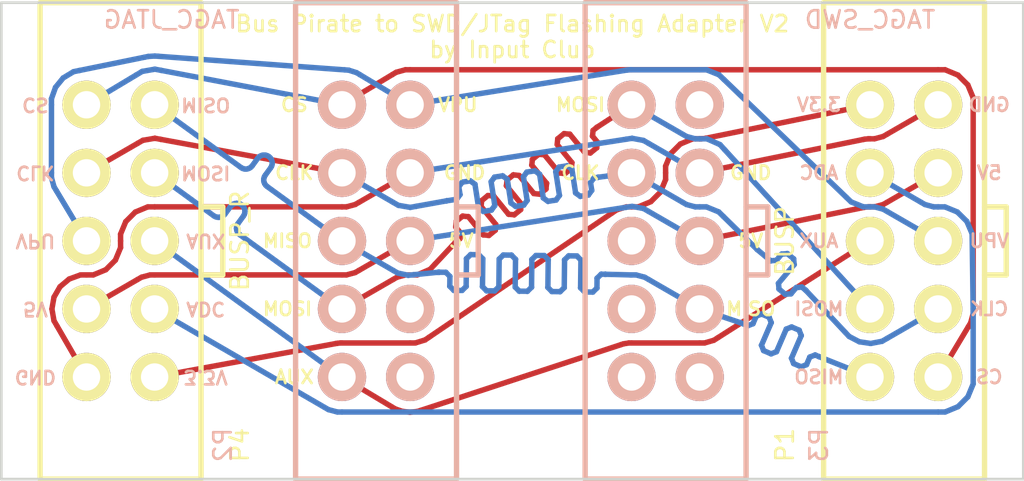
<source format=kicad_pcb>
(kicad_pcb (version 20170123) (host pcbnew "(2017-04-15 revision 60310b3d3)-makepkg")

  (general
    (links 23)
    (no_connects 0)
    (area 118.059999 100.026799 156.260001 118.413201)
    (thickness 1.6)
    (drawings 38)
    (tracks 636)
    (zones 0)
    (modules 4)
    (nets 18)
  )

  (page A)
  (layers
    (0 F.Cu signal)
    (31 B.Cu signal)
    (32 B.Adhes user)
    (33 F.Adhes user)
    (34 B.Paste user)
    (35 F.Paste user)
    (36 B.SilkS user)
    (37 F.SilkS user)
    (38 B.Mask user)
    (39 F.Mask user)
    (40 Dwgs.User user)
    (41 Cmts.User user)
    (42 Eco1.User user)
    (43 Eco2.User user)
    (44 Edge.Cuts user)
    (45 Margin user)
    (46 B.CrtYd user)
    (47 F.CrtYd user)
    (48 B.Fab user)
    (49 F.Fab user)
  )

  (setup
    (last_trace_width 0.2032)
    (trace_clearance 0.2032)
    (zone_clearance 0.508)
    (zone_45_only no)
    (trace_min 0.2032)
    (segment_width 0.2)
    (edge_width 0.1)
    (via_size 0.889)
    (via_drill 0.635)
    (via_min_size 0.889)
    (via_min_drill 0.508)
    (uvia_size 0.508)
    (uvia_drill 0.127)
    (uvias_allowed no)
    (uvia_min_size 0.508)
    (uvia_min_drill 0.127)
    (pcb_text_width 0.3)
    (pcb_text_size 1.5 1.5)
    (mod_edge_width 0.15)
    (mod_text_size 1 1)
    (mod_text_width 0.15)
    (pad_size 1.5 1.5)
    (pad_drill 0.6)
    (pad_to_mask_clearance 0)
    (aux_axis_origin 0 0)
    (visible_elements 7FFFF7FF)
    (pcbplotparams
      (layerselection 0x010f0_ffffffff)
      (usegerberextensions true)
      (excludeedgelayer true)
      (linewidth 0.100000)
      (plotframeref false)
      (viasonmask false)
      (mode 1)
      (useauxorigin false)
      (hpglpennumber 1)
      (hpglpenspeed 20)
      (hpglpendiameter 15)
      (psnegative false)
      (psa4output false)
      (plotreference true)
      (plotvalue false)
      (plotinvisibletext false)
      (padsonsilk false)
      (subtractmaskfromsilk false)
      (outputformat 1)
      (mirror false)
      (drillshape 0)
      (scaleselection 1)
      (outputdirectory ./gerbers))
  )

  (net 0 "")
  (net 1 /GND)
  (net 2 /5V)
  (net 3 /ADC)
  (net 4 /VPU)
  (net 5 /AUX)
  (net 6 /CLK)
  (net 7 /MOSI)
  (net 8 /CS)
  (net 9 /MISO)
  (net 10 /3.3V)
  (net 11 "Net-(P3-Pad9)")
  (net 12 "Net-(P3-Pad6)")
  (net 13 "Net-(P3-Pad1)")
  (net 14 "Net-(P2-Pad1)")
  (net 15 "Net-(P2-Pad3)")
  (net 16 "Net-(P3-Pad2)")
  (net 17 "Net-(P3-Pad4)")

  (net_class Default "This is the default net class."
    (clearance 0.2032)
    (trace_width 0.2032)
    (via_dia 0.889)
    (via_drill 0.635)
    (uvia_dia 0.508)
    (uvia_drill 0.127)
    (add_net /3.3V)
    (add_net /5V)
    (add_net /ADC)
    (add_net /AUX)
    (add_net /CLK)
    (add_net /CS)
    (add_net /GND)
    (add_net /MISO)
    (add_net /MOSI)
    (add_net /VPU)
    (add_net "Net-(P2-Pad1)")
    (add_net "Net-(P2-Pad3)")
    (add_net "Net-(P3-Pad1)")
    (add_net "Net-(P3-Pad2)")
    (add_net "Net-(P3-Pad4)")
    (add_net "Net-(P3-Pad6)")
    (add_net "Net-(P3-Pad9)")
  )

  (module footprints:HEADER_2x5_F (layer F.Cu) (tedit 58EF12FF) (tstamp 58EDB6A6)
    (at 122.555 109.22 180)
    (descr "Through-hole pin array, single row")
    (tags "HDR SIL")
    (path /55711166)
    (fp_text reference P4 (at -4.445 -7.62 90) (layer F.SilkS)
      (effects (font (size 0.65 0.65) (thickness 0.0975)))
    )
    (fp_text value BUSP_R (at -4.445 0 270) (layer F.SilkS)
      (effects (font (size 0.65 0.65) (thickness 0.0975)))
    )
    (fp_line (start 3 -8.89) (end -3 -8.89) (layer F.SilkS) (width 0.2))
    (fp_line (start 3 8.89) (end 3 -8.89) (layer F.SilkS) (width 0.2))
    (fp_line (start -3 8.89) (end 3 8.89) (layer F.SilkS) (width 0.2))
    (fp_line (start -3 -8.89) (end -3 8.89) (layer F.SilkS) (width 0.2))
    (fp_line (start -3.81 1.27) (end -3 1.27) (layer F.SilkS) (width 0.2))
    (fp_line (start -3.81 -1.27) (end -3.81 1.27) (layer F.SilkS) (width 0.2))
    (fp_line (start -3 -1.27) (end -3.81 -1.27) (layer F.SilkS) (width 0.2))
    (pad 10 thru_hole circle (at -1.27 5.08 180) (size 1.8 1.8) (drill 1.02) (layers *.Cu *.Mask F.SilkS)
      (net 9 /MISO))
    (pad 9 thru_hole circle (at 1.27 5.08 180) (size 1.8 1.8) (drill 1.02) (layers *.Cu *.Mask F.SilkS)
      (net 8 /CS))
    (pad 8 thru_hole circle (at -1.27 2.54 180) (size 1.8 1.8) (drill 1.02) (layers *.Cu *.Mask F.SilkS)
      (net 7 /MOSI))
    (pad 7 thru_hole circle (at 1.27 2.54 180) (size 1.8 1.8) (drill 1.02) (layers *.Cu *.Mask F.SilkS)
      (net 6 /CLK))
    (pad 6 thru_hole circle (at -1.27 0 180) (size 1.8 1.8) (drill 1.02) (layers *.Cu *.Mask F.SilkS)
      (net 5 /AUX))
    (pad 5 thru_hole circle (at 1.27 0 180) (size 1.8 1.8) (drill 1.02) (layers *.Cu *.Mask F.SilkS)
      (net 4 /VPU))
    (pad 4 thru_hole circle (at -1.27 -2.54 180) (size 1.8 1.8) (drill 1.02) (layers *.Cu *.Mask F.SilkS)
      (net 3 /ADC))
    (pad 3 thru_hole circle (at 1.27 -2.54 180) (size 1.8 1.8) (drill 1.02) (layers *.Cu *.Mask F.SilkS)
      (net 2 /5V))
    (pad 2 thru_hole circle (at -1.27 -5.08 180) (size 1.8 1.8) (drill 1.02) (layers *.Cu *.Mask F.SilkS)
      (net 10 /3.3V))
    (pad 1 thru_hole circle (at 1.27 -5.08 180) (size 1.8 1.8) (drill 1.02) (layers *.Cu *.Mask F.SilkS)
      (net 1 /GND))
    (model :3d:2x5x254hdr_female.stp
      (at (xyz -0.2598425196850394 -0.2559055118110236 -0.3818897637795275))
      (scale (xyz 1 1 1))
      (rotate (xyz -90 0 90))
    )
  )

  (module footprints:HEADER_2x5_R_F (layer F.Cu) (tedit 58EF12F6) (tstamp 58EDB67C)
    (at 151.765 109.22)
    (descr "Through-hole pin array, single row")
    (tags "HDR SIL")
    (path /55711273)
    (fp_text reference P1 (at -4.445 7.62 270) (layer F.SilkS)
      (effects (font (size 0.65 0.65) (thickness 0.0975)))
    )
    (fp_text value BUSP (at -4.445 0 90) (layer F.SilkS)
      (effects (font (size 0.65 0.65) (thickness 0.0975)))
    )
    (fp_line (start 3 -1.27) (end 3.81 -1.27) (layer F.SilkS) (width 0.2))
    (fp_line (start 3.81 -1.27) (end 3.81 1.27) (layer F.SilkS) (width 0.2))
    (fp_line (start 3.81 1.27) (end 3 1.27) (layer F.SilkS) (width 0.2))
    (fp_line (start -3 -8.89) (end -3 8.89) (layer F.SilkS) (width 0.2))
    (fp_line (start -3 8.89) (end 3 8.89) (layer F.SilkS) (width 0.2))
    (fp_line (start 3 8.89) (end 3 -8.89) (layer F.SilkS) (width 0.2))
    (fp_line (start 3 -8.89) (end -3 -8.89) (layer F.SilkS) (width 0.2))
    (pad 1 thru_hole circle (at 1.27 -5.08) (size 1.8 1.8) (drill 1.02) (layers *.Cu *.Mask F.SilkS)
      (net 1 /GND))
    (pad 2 thru_hole circle (at -1.27 -5.08) (size 1.8 1.8) (drill 1.02) (layers *.Cu *.Mask F.SilkS)
      (net 10 /3.3V))
    (pad 3 thru_hole circle (at 1.27 -2.54) (size 1.8 1.8) (drill 1.02) (layers *.Cu *.Mask F.SilkS)
      (net 2 /5V))
    (pad 4 thru_hole circle (at -1.27 -2.54) (size 1.8 1.8) (drill 1.02) (layers *.Cu *.Mask F.SilkS)
      (net 3 /ADC))
    (pad 5 thru_hole circle (at 1.27 0) (size 1.8 1.8) (drill 1.02) (layers *.Cu *.Mask F.SilkS)
      (net 4 /VPU))
    (pad 6 thru_hole circle (at -1.27 0) (size 1.8 1.8) (drill 1.02) (layers *.Cu *.Mask F.SilkS)
      (net 5 /AUX))
    (pad 7 thru_hole circle (at 1.27 2.54) (size 1.8 1.8) (drill 1.02) (layers *.Cu *.Mask F.SilkS)
      (net 6 /CLK))
    (pad 8 thru_hole circle (at -1.27 2.54) (size 1.8 1.8) (drill 1.02) (layers *.Cu *.Mask F.SilkS)
      (net 7 /MOSI))
    (pad 9 thru_hole circle (at 1.27 5.08) (size 1.8 1.8) (drill 1.02) (layers *.Cu *.Mask F.SilkS)
      (net 8 /CS))
    (pad 10 thru_hole circle (at -1.27 5.08) (size 1.8 1.8) (drill 1.02) (layers *.Cu *.Mask F.SilkS)
      (net 9 /MISO))
    (model :3d:2x5x254hdr_female.stp
      (at (xyz 0.2598425196850394 0.2559055118110236 -0.3779527559055118))
      (scale (xyz 1 1 1))
      (rotate (xyz -90 0 -90))
    )
  )

  (module footprints:HEADER_2x5_R (layer B.Cu) (tedit 58EEDED4) (tstamp 58EDB698)
    (at 142.875 109.22)
    (descr "Through-hole pin array, single row")
    (tags "HDR SIL")
    (path /55749E4B)
    (fp_text reference P3 (at 5.715 7.62 -90) (layer B.SilkS)
      (effects (font (size 0.65 0.65) (thickness 0.0975)) (justify mirror))
    )
    (fp_text value TAGC_SWD (at 7.62 -8.255) (layer B.SilkS)
      (effects (font (size 0.65 0.65) (thickness 0.0975)) (justify mirror))
    )
    (fp_line (start 3 1.27) (end 3.81 1.27) (layer B.SilkS) (width 0.2))
    (fp_line (start 3.81 1.27) (end 3.81 -1.27) (layer B.SilkS) (width 0.2))
    (fp_line (start 3.81 -1.27) (end 3 -1.27) (layer B.SilkS) (width 0.2))
    (fp_line (start -3 8.89) (end -3 -8.89) (layer B.SilkS) (width 0.2))
    (fp_line (start -3 -8.89) (end 3 -8.89) (layer B.SilkS) (width 0.2))
    (fp_line (start 3 -8.89) (end 3 8.89) (layer B.SilkS) (width 0.2))
    (fp_line (start 3 8.89) (end -3 8.89) (layer B.SilkS) (width 0.2))
    (pad 1 thru_hole circle (at 1.27 5.08) (size 1.8 1.8) (drill 1.02) (layers *.Cu *.Mask B.SilkS)
      (net 13 "Net-(P3-Pad1)"))
    (pad 2 thru_hole circle (at -1.27 5.08) (size 1.8 1.8) (drill 1.02) (layers *.Cu *.Mask B.SilkS)
      (net 16 "Net-(P3-Pad2)"))
    (pad 3 thru_hole circle (at 1.27 2.54) (size 1.8 1.8) (drill 1.02) (layers *.Cu *.Mask B.SilkS)
      (net 9 /MISO))
    (pad 4 thru_hole circle (at -1.27 2.54) (size 1.8 1.8) (drill 1.02) (layers *.Cu *.Mask B.SilkS)
      (net 17 "Net-(P3-Pad4)"))
    (pad 5 thru_hole circle (at 1.27 0) (size 1.8 1.8) (drill 1.02) (layers *.Cu *.Mask B.SilkS)
      (net 2 /5V))
    (pad 6 thru_hole circle (at -1.27 0) (size 1.8 1.8) (drill 1.02) (layers *.Cu *.Mask B.SilkS)
      (net 12 "Net-(P3-Pad6)"))
    (pad 7 thru_hole circle (at 1.27 -2.54) (size 1.8 1.8) (drill 1.02) (layers *.Cu *.Mask B.SilkS)
      (net 1 /GND))
    (pad 8 thru_hole circle (at -1.27 -2.54) (size 1.8 1.8) (drill 1.02) (layers *.Cu *.Mask B.SilkS)
      (net 6 /CLK))
    (pad 9 thru_hole circle (at 1.27 -5.08) (size 1.8 1.8) (drill 1.02) (layers *.Cu *.Mask B.SilkS)
      (net 11 "Net-(P3-Pad9)"))
    (pad 10 thru_hole circle (at -1.27 -5.08) (size 1.8 1.8) (drill 1.02) (layers *.Cu *.Mask B.SilkS)
      (net 7 /MOSI))
    (model :3d:2x5x254hdr.stp
      (at (xyz -0.007874015748031498 -0.8897637795275591 0.1889763779527559))
      (scale (xyz 1 1 1))
      (rotate (xyz 0 0 90))
    )
  )

  (module footprints:HEADER_2x5_R (layer B.Cu) (tedit 58EEDEC2) (tstamp 58EDB68A)
    (at 132.08 109.22)
    (descr "Through-hole pin array, single row")
    (tags "HDR SIL")
    (path /5571260A)
    (fp_text reference P2 (at -5.715 7.62 -90) (layer B.SilkS)
      (effects (font (size 0.65 0.65) (thickness 0.0975)) (justify mirror))
    )
    (fp_text value TAGC_JTAG (at -7.62 -8.255) (layer B.SilkS)
      (effects (font (size 0.65 0.65) (thickness 0.0975)) (justify mirror))
    )
    (fp_line (start 3 1.27) (end 3.81 1.27) (layer B.SilkS) (width 0.2))
    (fp_line (start 3.81 1.27) (end 3.81 -1.27) (layer B.SilkS) (width 0.2))
    (fp_line (start 3.81 -1.27) (end 3 -1.27) (layer B.SilkS) (width 0.2))
    (fp_line (start -3 8.89) (end -3 -8.89) (layer B.SilkS) (width 0.2))
    (fp_line (start -3 -8.89) (end 3 -8.89) (layer B.SilkS) (width 0.2))
    (fp_line (start 3 -8.89) (end 3 8.89) (layer B.SilkS) (width 0.2))
    (fp_line (start 3 8.89) (end -3 8.89) (layer B.SilkS) (width 0.2))
    (pad 1 thru_hole circle (at 1.27 5.08) (size 1.8 1.8) (drill 1.02) (layers *.Cu *.Mask B.SilkS)
      (net 14 "Net-(P2-Pad1)"))
    (pad 2 thru_hole circle (at -1.27 5.08) (size 1.8 1.8) (drill 1.02) (layers *.Cu *.Mask B.SilkS)
      (net 5 /AUX))
    (pad 3 thru_hole circle (at 1.27 2.54) (size 1.8 1.8) (drill 1.02) (layers *.Cu *.Mask B.SilkS)
      (net 15 "Net-(P2-Pad3)"))
    (pad 4 thru_hole circle (at -1.27 2.54) (size 1.8 1.8) (drill 1.02) (layers *.Cu *.Mask B.SilkS)
      (net 7 /MOSI))
    (pad 5 thru_hole circle (at 1.27 0) (size 1.8 1.8) (drill 1.02) (layers *.Cu *.Mask B.SilkS)
      (net 2 /5V))
    (pad 6 thru_hole circle (at -1.27 0) (size 1.8 1.8) (drill 1.02) (layers *.Cu *.Mask B.SilkS)
      (net 9 /MISO))
    (pad 7 thru_hole circle (at 1.27 -2.54) (size 1.8 1.8) (drill 1.02) (layers *.Cu *.Mask B.SilkS)
      (net 1 /GND))
    (pad 8 thru_hole circle (at -1.27 -2.54) (size 1.8 1.8) (drill 1.02) (layers *.Cu *.Mask B.SilkS)
      (net 6 /CLK))
    (pad 9 thru_hole circle (at 1.27 -5.08) (size 1.8 1.8) (drill 1.02) (layers *.Cu *.Mask B.SilkS)
      (net 4 /VPU))
    (pad 10 thru_hole circle (at -1.27 -5.08) (size 1.8 1.8) (drill 1.02) (layers *.Cu *.Mask B.SilkS)
      (net 8 /CS))
    (model :3d:2x5x254hdr.stp
      (at (xyz -0.007874015748031498 -0.8897637795275591 0.1889763779527559))
      (scale (xyz 1 1 1))
      (rotate (xyz 0 0 90))
    )
  )

  (gr_text "Bus Pirate to SWD/JTag Flashing Adapter V2\nby Input Club" (at 137.16 101.6) (layer F.SilkS)
    (effects (font (size 0.6 0.6) (thickness 0.1)))
  )
  (gr_text MOSI (at 125.73 106.68 180) (layer B.SilkS) (tstamp 58EEE0B7)
    (effects (font (size 0.5 0.5) (thickness 0.1)) (justify mirror))
  )
  (gr_text MISO (at 125.73 104.14 180) (layer B.SilkS) (tstamp 58EEE0B6)
    (effects (font (size 0.5 0.5) (thickness 0.1)) (justify mirror))
  )
  (gr_text AUX (at 125.73 109.22 180) (layer B.SilkS) (tstamp 58EEE0B5)
    (effects (font (size 0.5 0.5) (thickness 0.1)) (justify mirror))
  )
  (gr_text ADC (at 125.73 111.76 180) (layer B.SilkS) (tstamp 58EEE0B4)
    (effects (font (size 0.5 0.5) (thickness 0.1)) (justify mirror))
  )
  (gr_text 3.3V (at 125.73 114.3 180) (layer B.SilkS) (tstamp 58EEE0B3)
    (effects (font (size 0.5 0.5) (thickness 0.1)) (justify mirror))
  )
  (gr_text GND (at 119.38 114.3 180) (layer B.SilkS) (tstamp 58EEE0B2)
    (effects (font (size 0.5 0.5) (thickness 0.1)) (justify mirror))
  )
  (gr_text 5V (at 119.38 111.76 180) (layer B.SilkS) (tstamp 58EEE0B1)
    (effects (font (size 0.5 0.5) (thickness 0.1)) (justify mirror))
  )
  (gr_text VPU (at 119.38 109.22 180) (layer B.SilkS) (tstamp 58EEE0B0)
    (effects (font (size 0.5 0.5) (thickness 0.1)) (justify mirror))
  )
  (gr_text CLK (at 119.38 106.68 180) (layer B.SilkS) (tstamp 58EEE0AF)
    (effects (font (size 0.5 0.5) (thickness 0.1)) (justify mirror))
  )
  (gr_text CS (at 119.38 104.14 180) (layer B.SilkS) (tstamp 58EEE0AE)
    (effects (font (size 0.5 0.5) (thickness 0.1)) (justify mirror))
  )
  (gr_text AUX (at 129.032 114.3) (layer F.SilkS) (tstamp 58EEDFE8)
    (effects (font (size 0.5 0.5) (thickness 0.1)))
  )
  (gr_text MOSI (at 128.778 111.76) (layer F.SilkS) (tstamp 58EEDFE6)
    (effects (font (size 0.5 0.5) (thickness 0.1)))
  )
  (gr_text MISO (at 128.778 109.22) (layer F.SilkS) (tstamp 58EEDFE4)
    (effects (font (size 0.5 0.5) (thickness 0.1)))
  )
  (gr_text CLK (at 129.032 106.68) (layer F.SilkS) (tstamp 58EEDFE2)
    (effects (font (size 0.5 0.5) (thickness 0.1)))
  )
  (gr_text CS (at 129.032 104.14) (layer F.SilkS) (tstamp 58EEDFE0)
    (effects (font (size 0.5 0.5) (thickness 0.1)))
  )
  (gr_text VPU (at 135.128 104.14) (layer F.SilkS) (tstamp 58EEDFDE)
    (effects (font (size 0.5 0.5) (thickness 0.1)))
  )
  (gr_text GND (at 135.382 106.68) (layer F.SilkS) (tstamp 58EEDFDC)
    (effects (font (size 0.5 0.5) (thickness 0.1)))
  )
  (gr_text 5V (at 135.255 109.22) (layer F.SilkS) (tstamp 58EEDFDA)
    (effects (font (size 0.5 0.5) (thickness 0.1)))
  )
  (gr_text CS (at 154.94 114.3) (layer B.SilkS) (tstamp 58EEDFD8)
    (effects (font (size 0.5 0.5) (thickness 0.1)) (justify mirror))
  )
  (gr_text CLK (at 154.94 111.76) (layer B.SilkS) (tstamp 58EEDFD6)
    (effects (font (size 0.5 0.5) (thickness 0.1)) (justify mirror))
  )
  (gr_text VPU (at 154.94 109.22) (layer B.SilkS) (tstamp 58EEDFD4)
    (effects (font (size 0.5 0.5) (thickness 0.1)) (justify mirror))
  )
  (gr_text 5V (at 154.94 106.68) (layer B.SilkS) (tstamp 58EEDFD2)
    (effects (font (size 0.5 0.5) (thickness 0.1)) (justify mirror))
  )
  (gr_text GND (at 154.94 104.14) (layer B.SilkS) (tstamp 58EEDFD0)
    (effects (font (size 0.5 0.5) (thickness 0.1)) (justify mirror))
  )
  (gr_text 3.3V (at 148.59 104.14) (layer B.SilkS) (tstamp 58EEDFCE)
    (effects (font (size 0.5 0.5) (thickness 0.1)) (justify mirror))
  )
  (gr_text ADC (at 148.59 106.68) (layer B.SilkS) (tstamp 58EEDFCC)
    (effects (font (size 0.5 0.5) (thickness 0.1)) (justify mirror))
  )
  (gr_text AUX (at 148.59 109.22) (layer B.SilkS) (tstamp 58EEDE7E)
    (effects (font (size 0.5 0.5) (thickness 0.1)) (justify mirror))
  )
  (gr_text MISO (at 148.59 114.3) (layer B.SilkS) (tstamp 58EEDE6F)
    (effects (font (size 0.5 0.5) (thickness 0.1)) (justify mirror))
  )
  (gr_text MOSI (at 148.59 111.76) (layer B.SilkS) (tstamp 58EEDE66)
    (effects (font (size 0.5 0.5) (thickness 0.1)) (justify mirror))
  )
  (gr_text CLK (at 139.7 106.68) (layer F.SilkS)
    (effects (font (size 0.5 0.5) (thickness 0.1)))
  )
  (gr_text MISO (at 146.05 111.76) (layer F.SilkS)
    (effects (font (size 0.5 0.5) (thickness 0.1)))
  )
  (gr_text 5V (at 146.05 109.22) (layer F.SilkS)
    (effects (font (size 0.5 0.5) (thickness 0.1)))
  )
  (gr_text MOSI (at 139.7 104.14) (layer F.SilkS)
    (effects (font (size 0.5 0.5) (thickness 0.1)))
  )
  (gr_text GND (at 146.05 106.68) (layer F.SilkS)
    (effects (font (size 0.5 0.5) (thickness 0.1)))
  )
  (gr_line (start 118.11 118.11) (end 156.21 118.11) (angle 90) (layer Edge.Cuts) (width 0.1))
  (gr_line (start 156.21 100.33) (end 118.11 100.33) (angle 90) (layer Edge.Cuts) (width 0.1))
  (gr_line (start 118.11 100.33) (end 118.11 118.11) (angle 90) (layer Edge.Cuts) (width 0.1))
  (gr_line (start 156.21 100.33) (end 156.21 118.11) (angle 90) (layer Edge.Cuts) (width 0.1))

  (segment (start 141.4096 105.4251) (end 133.35 106.68) (width 0.2032) (layer B.Cu) (net 1))
  (segment (start 141.6252 105.3916) (end 141.4096 105.4251) (width 0.2032) (layer B.Cu) (net 1))
  (segment (start 142.052 105.4715) (end 141.6252 105.3916) (width 0.2032) (layer B.Cu) (net 1))
  (segment (start 142.24 105.5801) (end 142.052 105.4715) (width 0.2032) (layer B.Cu) (net 1))
  (segment (start 144.145 106.68) (end 142.24 105.5801) (width 0.2032) (layer B.Cu) (net 1))
  (segment (start 120.1851 112.395) (end 121.285 114.3) (width 0.2032) (layer F.Cu) (net 1))
  (segment (start 120.0732 112.2011) (end 120.1851 112.395) (width 0.2032) (layer F.Cu) (net 1))
  (segment (start 119.9954 111.76) (end 120.0732 112.2011) (width 0.2032) (layer F.Cu) (net 1))
  (segment (start 120.0732 111.3189) (end 119.9954 111.76) (width 0.2032) (layer F.Cu) (net 1))
  (segment (start 120.2971 110.9311) (end 120.0732 111.3189) (width 0.2032) (layer F.Cu) (net 1))
  (segment (start 120.6402 110.6432) (end 120.2971 110.9311) (width 0.2032) (layer F.Cu) (net 1))
  (segment (start 121.0611 110.49) (end 120.6402 110.6432) (width 0.2032) (layer F.Cu) (net 1))
  (segment (start 121.285 110.49) (end 121.0611 110.49) (width 0.2032) (layer F.Cu) (net 1))
  (segment (start 122.5552 109.4715) (end 122.555 109.22) (width 0.2032) (layer F.Cu) (net 1))
  (segment (start 122.3623 109.9385) (end 122.5552 109.4715) (width 0.2032) (layer F.Cu) (net 1))
  (segment (start 122.0053 110.296) (end 122.3623 109.9385) (width 0.2032) (layer F.Cu) (net 1))
  (segment (start 121.5387 110.4898) (end 122.0053 110.296) (width 0.2032) (layer F.Cu) (net 1))
  (segment (start 121.285 110.49) (end 121.5387 110.4898) (width 0.2032) (layer F.Cu) (net 1))
  (segment (start 122.5548 108.9685) (end 122.555 109.22) (width 0.2032) (layer F.Cu) (net 1))
  (segment (start 122.7477 108.5015) (end 122.5548 108.9685) (width 0.2032) (layer F.Cu) (net 1))
  (segment (start 123.1047 108.144) (end 122.7477 108.5015) (width 0.2032) (layer F.Cu) (net 1))
  (segment (start 123.5713 107.9502) (end 123.1047 108.144) (width 0.2032) (layer F.Cu) (net 1))
  (segment (start 123.825 107.95) (end 123.5713 107.9502) (width 0.2032) (layer F.Cu) (net 1))
  (segment (start 130.81 107.95) (end 123.825 107.95) (width 0.2032) (layer F.Cu) (net 1))
  (segment (start 131.3002 107.8635) (end 131.445 107.7799) (width 0.2032) (layer F.Cu) (net 1))
  (segment (start 130.9772 107.95) (end 131.3002 107.8635) (width 0.2032) (layer F.Cu) (net 1))
  (segment (start 130.81 107.95) (end 130.9772 107.95) (width 0.2032) (layer F.Cu) (net 1))
  (segment (start 133.35 106.68) (end 131.445 107.7799) (width 0.2032) (layer F.Cu) (net 1))
  (segment (start 150.241 105.4357) (end 144.145 106.68) (width 0.2032) (layer F.Cu) (net 1))
  (segment (start 150.3027 105.423) (end 150.241 105.4357) (width 0.2032) (layer F.Cu) (net 1))
  (segment (start 150.4307 105.41) (end 150.3027 105.423) (width 0.2032) (layer F.Cu) (net 1))
  (segment (start 150.495 105.41) (end 150.4307 105.41) (width 0.2032) (layer F.Cu) (net 1))
  (segment (start 150.9852 105.3235) (end 151.13 105.2399) (width 0.2032) (layer F.Cu) (net 1))
  (segment (start 150.6622 105.41) (end 150.9852 105.3235) (width 0.2032) (layer F.Cu) (net 1))
  (segment (start 150.495 105.41) (end 150.6622 105.41) (width 0.2032) (layer F.Cu) (net 1))
  (segment (start 153.035 104.14) (end 151.13 105.2399) (width 0.2032) (layer F.Cu) (net 1))
  (segment (start 141.4096 107.9651) (end 133.35 109.22) (width 0.2032) (layer B.Cu) (net 2))
  (segment (start 141.6252 107.9316) (end 141.4096 107.9651) (width 0.2032) (layer B.Cu) (net 2))
  (segment (start 142.052 108.0115) (end 141.6252 107.9316) (width 0.2032) (layer B.Cu) (net 2))
  (segment (start 142.24 108.1201) (end 142.052 108.0115) (width 0.2032) (layer B.Cu) (net 2))
  (segment (start 144.145 109.22) (end 142.24 108.1201) (width 0.2032) (layer B.Cu) (net 2))
  (segment (start 123.19 110.6601) (end 121.285 111.76) (width 0.2032) (layer F.Cu) (net 2))
  (segment (start 123.3348 110.5765) (end 123.19 110.6601) (width 0.2032) (layer F.Cu) (net 2))
  (segment (start 123.6578 110.49) (end 123.3348 110.5765) (width 0.2032) (layer F.Cu) (net 2))
  (segment (start 123.825 110.49) (end 123.6578 110.49) (width 0.2032) (layer F.Cu) (net 2))
  (segment (start 130.81 110.49) (end 123.825 110.49) (width 0.2032) (layer F.Cu) (net 2))
  (segment (start 131.3002 110.4035) (end 131.445 110.3199) (width 0.2032) (layer F.Cu) (net 2))
  (segment (start 130.9772 110.49) (end 131.3002 110.4035) (width 0.2032) (layer F.Cu) (net 2))
  (segment (start 130.81 110.49) (end 130.9772 110.49) (width 0.2032) (layer F.Cu) (net 2))
  (segment (start 133.35 109.22) (end 131.445 110.3199) (width 0.2032) (layer F.Cu) (net 2))
  (segment (start 150.241 107.9757) (end 144.145 109.22) (width 0.2032) (layer F.Cu) (net 2))
  (segment (start 150.3027 107.963) (end 150.241 107.9757) (width 0.2032) (layer F.Cu) (net 2))
  (segment (start 150.4307 107.95) (end 150.3027 107.963) (width 0.2032) (layer F.Cu) (net 2))
  (segment (start 150.495 107.95) (end 150.4307 107.95) (width 0.2032) (layer F.Cu) (net 2))
  (segment (start 150.9852 107.8635) (end 151.13 107.7799) (width 0.2032) (layer F.Cu) (net 2))
  (segment (start 150.6622 107.95) (end 150.9852 107.8635) (width 0.2032) (layer F.Cu) (net 2))
  (segment (start 150.495 107.95) (end 150.6622 107.95) (width 0.2032) (layer F.Cu) (net 2))
  (segment (start 153.035 106.68) (end 151.13 107.7799) (width 0.2032) (layer F.Cu) (net 2))
  (segment (start 130.1546 115.4302) (end 123.825 111.76) (width 0.2032) (layer B.Cu) (net 3))
  (segment (start 130.6378 115.6065) (end 130.81 115.6065) (width 0.2032) (layer B.Cu) (net 3))
  (segment (start 130.3034 115.5166) (end 130.6378 115.6065) (width 0.2032) (layer B.Cu) (net 3))
  (segment (start 130.1546 115.4302) (end 130.3034 115.5166) (width 0.2032) (layer B.Cu) (net 3))
  (segment (start 153.035 115.6065) (end 130.81 115.6065) (width 0.2032) (layer B.Cu) (net 3))
  (segment (start 154.3417 114.5587) (end 154.3415 114.3) (width 0.2032) (layer B.Cu) (net 3))
  (segment (start 154.1432 115.0391) (end 154.3417 114.5587) (width 0.2032) (layer B.Cu) (net 3))
  (segment (start 153.776 115.407) (end 154.1432 115.0391) (width 0.2032) (layer B.Cu) (net 3))
  (segment (start 153.296 115.6063) (end 153.776 115.407) (width 0.2032) (layer B.Cu) (net 3))
  (segment (start 153.035 115.6065) (end 153.296 115.6063) (width 0.2032) (layer B.Cu) (net 3))
  (segment (start 154.3415 111.76) (end 154.3415 114.3) (width 0.2032) (layer B.Cu) (net 3))
  (segment (start 154.3415 111.76) (end 154.3414 111.7412) (width 0.2032) (layer B.Cu) (net 3))
  (segment (start 154.3049 109.2017) (end 154.3414 111.7412) (width 0.2032) (layer B.Cu) (net 3))
  (segment (start 153.2859 107.9501) (end 153.035 107.95) (width 0.2032) (layer B.Cu) (net 3))
  (segment (start 153.749 108.1403) (end 153.2859 107.9501) (width 0.2032) (layer B.Cu) (net 3))
  (segment (start 154.1053 108.4919) (end 153.749 108.1403) (width 0.2032) (layer B.Cu) (net 3))
  (segment (start 154.3015 108.9525) (end 154.1053 108.4919) (width 0.2032) (layer B.Cu) (net 3))
  (segment (start 154.3049 109.2017) (end 154.3015 108.9525) (width 0.2032) (layer B.Cu) (net 3))
  (segment (start 152.8678 107.95) (end 153.035 107.95) (width 0.2032) (layer B.Cu) (net 3))
  (segment (start 152.5448 107.8635) (end 152.8678 107.95) (width 0.2032) (layer B.Cu) (net 3))
  (segment (start 152.4 107.7799) (end 152.5448 107.8635) (width 0.2032) (layer B.Cu) (net 3))
  (segment (start 150.495 106.68) (end 152.4 107.7799) (width 0.2032) (layer B.Cu) (net 3))
  (segment (start 120.1646 107.352) (end 121.285 109.22) (width 0.2032) (layer B.Cu) (net 4))
  (segment (start 120.0731 107.1994) (end 120.1646 107.352) (width 0.2032) (layer B.Cu) (net 4))
  (segment (start 119.9784 106.8567) (end 120.0731 107.1994) (width 0.2032) (layer B.Cu) (net 4))
  (segment (start 119.9785 106.68) (end 119.9784 106.8567) (width 0.2032) (layer B.Cu) (net 4))
  (segment (start 119.9785 104.14) (end 119.9785 106.68) (width 0.2032) (layer B.Cu) (net 4))
  (segment (start 119.9783 103.9153) (end 119.9785 104.14) (width 0.2032) (layer B.Cu) (net 4))
  (segment (start 120.1305 103.4879) (end 119.9783 103.9153) (width 0.2032) (layer B.Cu) (net 4))
  (segment (start 120.4162 103.1384) (end 120.1305 103.4879) (width 0.2032) (layer B.Cu) (net 4))
  (segment (start 120.8025 102.905) (end 120.4162 103.1384) (width 0.2032) (layer B.Cu) (net 4))
  (segment (start 121.0236 102.8599) (end 120.8025 102.905) (width 0.2032) (layer B.Cu) (net 4))
  (segment (start 123.462 102.3621) (end 121.0236 102.8599) (width 0.2032) (layer B.Cu) (net 4))
  (segment (start 123.5835 102.3372) (end 123.462 102.3621) (width 0.2032) (layer B.Cu) (net 4))
  (segment (start 123.8336 102.3211) (end 123.5835 102.3372) (width 0.2032) (layer B.Cu) (net 4))
  (segment (start 123.957 102.3302) (end 123.8336 102.3211) (width 0.2032) (layer B.Cu) (net 4))
  (segment (start 130.905 102.837) (end 123.957 102.3302) (width 0.2032) (layer B.Cu) (net 4))
  (segment (start 131.0577 102.8481) (end 130.905 102.837) (width 0.2032) (layer B.Cu) (net 4))
  (segment (start 131.3504 102.9407) (end 131.0577 102.8481) (width 0.2032) (layer B.Cu) (net 4))
  (segment (start 131.482 103.0196) (end 131.3504 102.9407) (width 0.2032) (layer B.Cu) (net 4))
  (segment (start 133.35 104.14) (end 131.482 103.0196) (width 0.2032) (layer B.Cu) (net 4))
  (segment (start 141.3982 102.85) (end 133.35 104.14) (width 0.2032) (layer B.Cu) (net 4))
  (segment (start 141.4502 102.8417) (end 141.3982 102.85) (width 0.2032) (layer B.Cu) (net 4))
  (segment (start 141.5525 102.8335) (end 141.4502 102.8417) (width 0.2032) (layer B.Cu) (net 4))
  (segment (start 141.605 102.8335) (end 141.5525 102.8335) (width 0.2032) (layer B.Cu) (net 4))
  (segment (start 144.145 102.8335) (end 141.605 102.8335) (width 0.2032) (layer B.Cu) (net 4))
  (segment (start 144.3997 102.8337) (end 144.145 102.8335) (width 0.2032) (layer B.Cu) (net 4))
  (segment (start 144.8686 103.023) (end 144.3997 102.8337) (width 0.2032) (layer B.Cu) (net 4))
  (segment (start 145.0515 103.1991) (end 144.8686 103.023) (width 0.2032) (layer B.Cu) (net 4))
  (segment (start 149.6139 107.5946) (end 145.0515 103.1991) (width 0.2032) (layer B.Cu) (net 4))
  (segment (start 150.2475 107.9498) (end 150.495 107.95) (width 0.2032) (layer B.Cu) (net 4))
  (segment (start 149.7917 107.7658) (end 150.2475 107.9498) (width 0.2032) (layer B.Cu) (net 4))
  (segment (start 149.6139 107.5946) (end 149.7917 107.7658) (width 0.2032) (layer B.Cu) (net 4))
  (segment (start 150.6622 107.95) (end 150.495 107.95) (width 0.2032) (layer B.Cu) (net 4))
  (segment (start 150.9852 108.0365) (end 150.6622 107.95) (width 0.2032) (layer B.Cu) (net 4))
  (segment (start 151.13 108.1201) (end 150.9852 108.0365) (width 0.2032) (layer B.Cu) (net 4))
  (segment (start 153.035 109.22) (end 151.13 108.1201) (width 0.2032) (layer B.Cu) (net 4))
  (segment (start 130.81 114.3) (end 123.825 109.22) (width 0.2032) (layer B.Cu) (net 5))
  (segment (start 132.678 115.4204) (end 130.81 114.3) (width 0.2032) (layer F.Cu) (net 5))
  (segment (start 133.6242 115.5851) (end 133.7578 115.5412) (width 0.2032) (layer F.Cu) (net 5))
  (segment (start 133.3442 115.614) (end 133.6242 115.5851) (width 0.2032) (layer F.Cu) (net 5))
  (segment (start 133.0644 115.5826) (end 133.3442 115.614) (width 0.2032) (layer F.Cu) (net 5))
  (segment (start 132.7977 115.4923) (end 133.0644 115.5826) (width 0.2032) (layer F.Cu) (net 5))
  (segment (start 132.678 115.4204) (end 132.7977 115.4923) (width 0.2032) (layer F.Cu) (net 5))
  (segment (start 141.2086 113.0934) (end 133.7578 115.5412) (width 0.2032) (layer F.Cu) (net 5))
  (segment (start 141.3054 113.0617) (end 141.2086 113.0934) (width 0.2032) (layer F.Cu) (net 5))
  (segment (start 141.505 113.0299) (end 141.3054 113.0617) (width 0.2032) (layer F.Cu) (net 5))
  (segment (start 141.605 113.03) (end 141.505 113.0299) (width 0.2032) (layer F.Cu) (net 5))
  (segment (start 144.145 113.03) (end 141.605 113.03) (width 0.2032) (layer F.Cu) (net 5))
  (segment (start 144.675 112.9283) (end 144.8274 112.8311) (width 0.2032) (layer F.Cu) (net 5))
  (segment (start 144.3258 113.0301) (end 144.675 112.9283) (width 0.2032) (layer F.Cu) (net 5))
  (segment (start 144.145 113.03) (end 144.3258 113.0301) (width 0.2032) (layer F.Cu) (net 5))
  (segment (start 150.495 109.22) (end 144.8274 112.8311) (width 0.2032) (layer F.Cu) (net 5))
  (segment (start 132.715 107.7799) (end 130.81 106.68) (width 0.2032) (layer B.Cu) (net 6))
  (segment (start 133.3545 107.9698) (end 133.5754 107.9298) (width 0.2032) (layer B.Cu) (net 6))
  (segment (start 132.911 107.8928) (end 133.3545 107.9698) (width 0.2032) (layer B.Cu) (net 6))
  (segment (start 132.715 107.7799) (end 132.911 107.8928) (width 0.2032) (layer B.Cu) (net 6))
  (segment (start 134.7002 107.727) (end 133.5754 107.9298) (width 0.2032) (layer B.Cu) (net 6))
  (segment (start 134.705 107.7261) (end 134.7002 107.727) (width 0.2032) (layer B.Cu) (net 6))
  (segment (start 134.7122 107.7249) (end 134.705 107.7261) (width 0.2032) (layer B.Cu) (net 6))
  (segment (start 135.0843 107.667) (end 134.7122 107.7249) (width 0.2032) (layer B.Cu) (net 6))
  (segment (start 135.0843 107.667) (end 135.0843 107.667) (width 0.2032) (layer B.Cu) (net 6))
  (segment (start 135.2105 107.4931) (end 135.0843 107.667) (width 0.2032) (layer B.Cu) (net 6))
  (segment (start 135.2105 107.4931) (end 135.2105 107.4931) (width 0.2032) (layer B.Cu) (net 6))
  (segment (start 135.1651 107.2013) (end 135.2105 107.4931) (width 0.2032) (layer B.Cu) (net 6))
  (segment (start 135.1651 107.2013) (end 135.1651 107.2013) (width 0.2032) (layer B.Cu) (net 6))
  (segment (start 135.2922 107.0273) (end 135.1651 107.2013) (width 0.2032) (layer B.Cu) (net 6))
  (segment (start 135.2922 107.0273) (end 135.2922 107.0273) (width 0.2032) (layer B.Cu) (net 6))
  (segment (start 135.5934 106.9804) (end 135.2922 107.0273) (width 0.2032) (layer B.Cu) (net 6))
  (segment (start 135.5934 106.9804) (end 135.5934 106.9804) (width 0.2032) (layer B.Cu) (net 6))
  (segment (start 135.7674 107.1075) (end 135.5934 106.9804) (width 0.2032) (layer B.Cu) (net 6))
  (segment (start 135.7674 107.1075) (end 135.7674 107.1075) (width 0.2032) (layer B.Cu) (net 6))
  (segment (start 135.9052 107.9923) (end 135.7674 107.1075) (width 0.2032) (layer B.Cu) (net 6))
  (segment (start 135.9052 107.9923) (end 135.9052 107.9923) (width 0.2032) (layer B.Cu) (net 6))
  (segment (start 136.0792 108.1195) (end 135.9052 107.9923) (width 0.2032) (layer B.Cu) (net 6))
  (segment (start 136.0792 108.1195) (end 136.0792 108.1195) (width 0.2032) (layer B.Cu) (net 6))
  (segment (start 136.3804 108.0726) (end 136.0792 108.1195) (width 0.2032) (layer B.Cu) (net 6))
  (segment (start 136.3804 108.0726) (end 136.3804 108.0726) (width 0.2032) (layer B.Cu) (net 6))
  (segment (start 136.5075 107.8985) (end 136.3804 108.0726) (width 0.2032) (layer B.Cu) (net 6))
  (segment (start 136.5075 107.8985) (end 136.5075 107.8985) (width 0.2032) (layer B.Cu) (net 6))
  (segment (start 136.3698 107.0137) (end 136.5075 107.8985) (width 0.2032) (layer B.Cu) (net 6))
  (segment (start 136.3698 107.0137) (end 136.3698 107.0137) (width 0.2032) (layer B.Cu) (net 6))
  (segment (start 136.4969 106.8397) (end 136.3698 107.0137) (width 0.2032) (layer B.Cu) (net 6))
  (segment (start 136.4969 106.8397) (end 136.4969 106.8397) (width 0.2032) (layer B.Cu) (net 6))
  (segment (start 136.7981 106.7928) (end 136.4969 106.8397) (width 0.2032) (layer B.Cu) (net 6))
  (segment (start 136.7981 106.7928) (end 136.7981 106.7928) (width 0.2032) (layer B.Cu) (net 6))
  (segment (start 136.9721 106.9199) (end 136.7981 106.7928) (width 0.2032) (layer B.Cu) (net 6))
  (segment (start 136.9721 106.9199) (end 136.9721 106.9199) (width 0.2032) (layer B.Cu) (net 6))
  (segment (start 137.1099 107.8048) (end 136.9721 106.9199) (width 0.2032) (layer B.Cu) (net 6))
  (segment (start 137.1099 107.8048) (end 137.1099 107.8048) (width 0.2032) (layer B.Cu) (net 6))
  (segment (start 137.2839 107.9319) (end 137.1099 107.8048) (width 0.2032) (layer B.Cu) (net 6))
  (segment (start 137.2839 107.9319) (end 137.2839 107.9319) (width 0.2032) (layer B.Cu) (net 6))
  (segment (start 137.5851 107.885) (end 137.2839 107.9319) (width 0.2032) (layer B.Cu) (net 6))
  (segment (start 137.5851 107.885) (end 137.5851 107.885) (width 0.2032) (layer B.Cu) (net 6))
  (segment (start 137.7122 107.711) (end 137.5851 107.885) (width 0.2032) (layer B.Cu) (net 6))
  (segment (start 137.7122 107.711) (end 137.7122 107.711) (width 0.2032) (layer B.Cu) (net 6))
  (segment (start 137.5745 106.8261) (end 137.7122 107.711) (width 0.2032) (layer B.Cu) (net 6))
  (segment (start 137.5745 106.8261) (end 137.5745 106.8261) (width 0.2032) (layer B.Cu) (net 6))
  (segment (start 137.7016 106.6521) (end 137.5745 106.8261) (width 0.2032) (layer B.Cu) (net 6))
  (segment (start 137.7016 106.6521) (end 137.7016 106.6521) (width 0.2032) (layer B.Cu) (net 6))
  (segment (start 138.0028 106.6052) (end 137.7016 106.6521) (width 0.2032) (layer B.Cu) (net 6))
  (segment (start 138.0028 106.6052) (end 138.0028 106.6052) (width 0.2032) (layer B.Cu) (net 6))
  (segment (start 138.1768 106.7323) (end 138.0028 106.6052) (width 0.2032) (layer B.Cu) (net 6))
  (segment (start 138.1768 106.7323) (end 138.1768 106.7323) (width 0.2032) (layer B.Cu) (net 6))
  (segment (start 138.3146 107.6172) (end 138.1768 106.7323) (width 0.2032) (layer B.Cu) (net 6))
  (segment (start 138.3146 107.6172) (end 138.3146 107.6172) (width 0.2032) (layer B.Cu) (net 6))
  (segment (start 138.4886 107.7443) (end 138.3146 107.6172) (width 0.2032) (layer B.Cu) (net 6))
  (segment (start 138.4886 107.7443) (end 138.4886 107.7443) (width 0.2032) (layer B.Cu) (net 6))
  (segment (start 138.7898 107.6974) (end 138.4886 107.7443) (width 0.2032) (layer B.Cu) (net 6))
  (segment (start 138.7898 107.6974) (end 138.7898 107.6974) (width 0.2032) (layer B.Cu) (net 6))
  (segment (start 138.9169 107.5234) (end 138.7898 107.6974) (width 0.2032) (layer B.Cu) (net 6))
  (segment (start 138.9169 107.5234) (end 138.9169 107.5234) (width 0.2032) (layer B.Cu) (net 6))
  (segment (start 138.7792 106.6386) (end 138.9169 107.5234) (width 0.2032) (layer B.Cu) (net 6))
  (segment (start 138.7792 106.6386) (end 138.7792 106.6386) (width 0.2032) (layer B.Cu) (net 6))
  (segment (start 138.9063 106.4645) (end 138.7792 106.6386) (width 0.2032) (layer B.Cu) (net 6))
  (segment (start 138.9063 106.4645) (end 138.9063 106.4645) (width 0.2032) (layer B.Cu) (net 6))
  (segment (start 139.2075 106.4176) (end 138.9063 106.4645) (width 0.2032) (layer B.Cu) (net 6))
  (segment (start 139.2075 106.4176) (end 139.2075 106.4176) (width 0.2032) (layer B.Cu) (net 6))
  (segment (start 139.3815 106.5448) (end 139.2075 106.4176) (width 0.2032) (layer B.Cu) (net 6))
  (segment (start 139.3815 106.5448) (end 139.3815 106.5448) (width 0.2032) (layer B.Cu) (net 6))
  (segment (start 139.5193 107.4296) (end 139.3815 106.5448) (width 0.2032) (layer B.Cu) (net 6))
  (segment (start 139.5193 107.4296) (end 139.5193 107.4296) (width 0.2032) (layer B.Cu) (net 6))
  (segment (start 139.6933 107.5567) (end 139.5193 107.4296) (width 0.2032) (layer B.Cu) (net 6))
  (segment (start 139.6933 107.5567) (end 139.6933 107.5567) (width 0.2032) (layer B.Cu) (net 6))
  (segment (start 139.9945 107.5098) (end 139.6933 107.5567) (width 0.2032) (layer B.Cu) (net 6))
  (segment (start 139.9945 107.5098) (end 139.9945 107.5098) (width 0.2032) (layer B.Cu) (net 6))
  (segment (start 140.1216 107.3358) (end 139.9945 107.5098) (width 0.2032) (layer B.Cu) (net 6))
  (segment (start 140.1216 107.3358) (end 140.1216 107.3358) (width 0.2032) (layer B.Cu) (net 6))
  (segment (start 140.0762 107.044) (end 140.1216 107.3358) (width 0.2032) (layer B.Cu) (net 6))
  (segment (start 140.0762 107.044) (end 140.0762 107.044) (width 0.2032) (layer B.Cu) (net 6))
  (segment (start 140.2033 106.8699) (end 140.0762 107.044) (width 0.2032) (layer B.Cu) (net 6))
  (segment (start 140.2033 106.8699) (end 140.2033 106.8699) (width 0.2032) (layer B.Cu) (net 6))
  (segment (start 140.3539 106.8465) (end 140.2033 106.8699) (width 0.2032) (layer B.Cu) (net 6))
  (segment (start 140.3612 106.8455) (end 140.3539 106.8465) (width 0.2032) (layer B.Cu) (net 6))
  (segment (start 140.3651 106.8449) (end 140.3612 106.8455) (width 0.2032) (layer B.Cu) (net 6))
  (segment (start 141.605 106.68) (end 140.3651 106.8449) (width 0.2032) (layer B.Cu) (net 6))
  (segment (start 143.51 107.7799) (end 141.605 106.68) (width 0.2032) (layer B.Cu) (net 6))
  (segment (start 143.9778 107.95) (end 144.145 107.95) (width 0.2032) (layer B.Cu) (net 6))
  (segment (start 143.6548 107.8635) (end 143.9778 107.95) (width 0.2032) (layer B.Cu) (net 6))
  (segment (start 143.51 107.7799) (end 143.6548 107.8635) (width 0.2032) (layer B.Cu) (net 6))
  (segment (start 144.394 107.9499) (end 144.145 107.95) (width 0.2032) (layer B.Cu) (net 6))
  (segment (start 144.8555 108.1382) (end 144.394 107.9499) (width 0.2032) (layer B.Cu) (net 6))
  (segment (start 145.0335 108.3125) (end 144.8555 108.1382) (width 0.2032) (layer B.Cu) (net 6))
  (segment (start 146.2794 109.5325) (end 145.0335 108.3125) (width 0.2032) (layer B.Cu) (net 6))
  (segment (start 146.3008 109.5524) (end 146.3083 109.5586) (width 0.2032) (layer B.Cu) (net 6))
  (segment (start 146.2864 109.5393) (end 146.3008 109.5524) (width 0.2032) (layer B.Cu) (net 6))
  (segment (start 146.2794 109.5325) (end 146.2864 109.5393) (width 0.2032) (layer B.Cu) (net 6))
  (segment (start 146.791 109.9637) (end 146.3083 109.5586) (width 0.2032) (layer B.Cu) (net 6))
  (segment (start 146.791 109.9637) (end 146.791 109.9637) (width 0.2032) (layer B.Cu) (net 6))
  (segment (start 147.0062 109.9453) (end 146.791 109.9637) (width 0.2032) (layer B.Cu) (net 6))
  (segment (start 147.0062 109.9453) (end 147.0062 109.9453) (width 0.2032) (layer B.Cu) (net 6))
  (segment (start 147.2002 109.714) (end 147.0062 109.9453) (width 0.2032) (layer B.Cu) (net 6))
  (segment (start 147.2002 109.714) (end 147.2002 109.714) (width 0.2032) (layer B.Cu) (net 6))
  (segment (start 147.4149 109.6952) (end 147.2002 109.714) (width 0.2032) (layer B.Cu) (net 6))
  (segment (start 147.4149 109.6952) (end 147.4149 109.6952) (width 0.2032) (layer B.Cu) (net 6))
  (segment (start 147.6484 109.8911) (end 147.4149 109.6952) (width 0.2032) (layer B.Cu) (net 6))
  (segment (start 147.6484 109.8911) (end 147.6484 109.8911) (width 0.2032) (layer B.Cu) (net 6))
  (segment (start 147.6672 110.1059) (end 147.6484 109.8911) (width 0.2032) (layer B.Cu) (net 6))
  (segment (start 147.6672 110.1059) (end 147.6672 110.1059) (width 0.2032) (layer B.Cu) (net 6))
  (segment (start 147.0832 110.8018) (end 147.6672 110.1059) (width 0.2032) (layer B.Cu) (net 6))
  (segment (start 147.0832 110.8018) (end 147.0832 110.8018) (width 0.2032) (layer B.Cu) (net 6))
  (segment (start 147.102 111.0166) (end 147.0832 110.8018) (width 0.2032) (layer B.Cu) (net 6))
  (segment (start 147.102 111.0166) (end 147.102 111.0166) (width 0.2032) (layer B.Cu) (net 6))
  (segment (start 147.3355 111.2125) (end 147.102 111.0166) (width 0.2032) (layer B.Cu) (net 6))
  (segment (start 147.3355 111.2125) (end 147.3355 111.2125) (width 0.2032) (layer B.Cu) (net 6))
  (segment (start 147.5502 111.1937) (end 147.3355 111.2125) (width 0.2032) (layer B.Cu) (net 6))
  (segment (start 147.5502 111.1937) (end 147.5502 111.1937) (width 0.2032) (layer B.Cu) (net 6))
  (segment (start 147.7442 110.9624) (end 147.5502 111.1937) (width 0.2032) (layer B.Cu) (net 6))
  (segment (start 147.7442 110.9624) (end 147.7442 110.9624) (width 0.2032) (layer B.Cu) (net 6))
  (segment (start 147.959 110.9436) (end 147.7442 110.9624) (width 0.2032) (layer B.Cu) (net 6))
  (segment (start 147.959 110.9436) (end 147.959 110.9436) (width 0.2032) (layer B.Cu) (net 6))
  (segment (start 148.0757 111.0416) (end 147.959 110.9436) (width 0.2032) (layer B.Cu) (net 6))
  (segment (start 148.0876 111.0516) (end 148.0757 111.0416) (width 0.2032) (layer B.Cu) (net 6))
  (segment (start 148.1095 111.0723) (end 148.0876 111.0516) (width 0.2032) (layer B.Cu) (net 6))
  (segment (start 148.1198 111.0833) (end 148.1095 111.0723) (width 0.2032) (layer B.Cu) (net 6))
  (segment (start 149.5685 112.6286) (end 148.1198 111.0833) (width 0.2032) (layer B.Cu) (net 6))
  (segment (start 150.943 112.9676) (end 151.13 112.8599) (width 0.2032) (layer B.Cu) (net 6))
  (segment (start 150.5209 113.0478) (end 150.943 112.9676) (width 0.2032) (layer B.Cu) (net 6))
  (segment (start 150.096 112.9847) (end 150.5209 113.0478) (width 0.2032) (layer B.Cu) (net 6))
  (segment (start 149.7154 112.7853) (end 150.096 112.9847) (width 0.2032) (layer B.Cu) (net 6))
  (segment (start 149.5685 112.6286) (end 149.7154 112.7853) (width 0.2032) (layer B.Cu) (net 6))
  (segment (start 153.035 111.76) (end 151.13 112.8599) (width 0.2032) (layer B.Cu) (net 6))
  (segment (start 123.19 105.5801) (end 121.285 106.68) (width 0.2032) (layer F.Cu) (net 6))
  (segment (start 123.3854 105.4672) (end 123.19 105.5801) (width 0.2032) (layer F.Cu) (net 6))
  (segment (start 123.8335 105.39) (end 123.3854 105.4672) (width 0.2032) (layer F.Cu) (net 6))
  (segment (start 124.0559 105.4312) (end 123.8335 105.39) (width 0.2032) (layer F.Cu) (net 6))
  (segment (start 130.81 106.68) (end 124.0559 105.4312) (width 0.2032) (layer F.Cu) (net 6))
  (segment (start 130.81 111.76) (end 127.000001 108.989091) (width 0.2032) (layer B.Cu) (net 7))
  (segment (start 127.068837 107.874328) (end 127.010424 107.841146) (width 0.2032) (layer B.Cu) (net 7))
  (segment (start 126.695111 107.890933) (end 126.649764 107.940497) (width 0.2032) (layer B.Cu) (net 7))
  (segment (start 127.000001 108.989091) (end 126.950436 108.943743) (width 0.2032) (layer B.Cu) (net 7))
  (segment (start 126.950436 108.943743) (end 126.912205 108.888504) (width 0.2032) (layer B.Cu) (net 7))
  (segment (start 127.010424 107.841146) (end 126.946093 107.821795) (width 0.2032) (layer B.Cu) (net 7))
  (segment (start 126.946093 107.821795) (end 126.879069 107.817244) (width 0.2032) (layer B.Cu) (net 7))
  (segment (start 127.135006 108.293401) (end 127.168187 108.234988) (width 0.2032) (layer B.Cu) (net 7))
  (segment (start 126.912205 108.888504) (end 126.887225 108.826143) (width 0.2032) (layer B.Cu) (net 7))
  (segment (start 127.181612 108.037276) (end 127.156632 107.974915) (width 0.2032) (layer B.Cu) (net 7))
  (segment (start 127.168187 108.234988) (end 127.187539 108.170657) (width 0.2032) (layer B.Cu) (net 7))
  (segment (start 126.887225 108.826143) (end 126.876748 108.759786) (width 0.2032) (layer B.Cu) (net 7))
  (segment (start 126.90065 108.62843) (end 126.933831 108.570018) (width 0.2032) (layer B.Cu) (net 7))
  (segment (start 126.649764 107.940497) (end 126.448588 108.217113) (width 0.2032) (layer B.Cu) (net 7))
  (segment (start 126.876748 108.759786) (end 126.881299 108.692762) (width 0.2032) (layer B.Cu) (net 7))
  (segment (start 126.087928 108.316464) (end 126.029517 108.283285) (width 0.2032) (layer B.Cu) (net 7))
  (segment (start 126.881299 108.692762) (end 126.90065 108.62843) (width 0.2032) (layer B.Cu) (net 7))
  (segment (start 126.933831 108.570018) (end 127.135006 108.293401) (width 0.2032) (layer B.Cu) (net 7))
  (segment (start 127.187539 108.170657) (end 127.19209 108.103633) (width 0.2032) (layer B.Cu) (net 7))
  (segment (start 127.19209 108.103633) (end 127.181612 108.037276) (width 0.2032) (layer B.Cu) (net 7))
  (segment (start 126.448588 108.217113) (end 126.403241 108.266678) (width 0.2032) (layer B.Cu) (net 7))
  (segment (start 127.156632 107.974915) (end 127.118401 107.919675) (width 0.2032) (layer B.Cu) (net 7))
  (segment (start 127.118401 107.919675) (end 127.068837 107.874328) (width 0.2032) (layer B.Cu) (net 7))
  (segment (start 126.28564 108.329889) (end 126.219283 108.340366) (width 0.2032) (layer B.Cu) (net 7))
  (segment (start 126.879069 107.817244) (end 126.812712 107.827721) (width 0.2032) (layer B.Cu) (net 7))
  (segment (start 126.812712 107.827721) (end 126.750351 107.852702) (width 0.2032) (layer B.Cu) (net 7))
  (segment (start 126.029517 108.283285) (end 125.197746 107.678361) (width 0.2032) (layer B.Cu) (net 7))
  (segment (start 126.152259 108.335815) (end 126.087928 108.316464) (width 0.2032) (layer B.Cu) (net 7))
  (segment (start 126.750351 107.852702) (end 126.695111 107.890933) (width 0.2032) (layer B.Cu) (net 7))
  (segment (start 126.403241 108.266678) (end 126.348001 108.304908) (width 0.2032) (layer B.Cu) (net 7))
  (segment (start 126.348001 108.304908) (end 126.28564 108.329889) (width 0.2032) (layer B.Cu) (net 7))
  (segment (start 126.219283 108.340366) (end 126.152259 108.335815) (width 0.2032) (layer B.Cu) (net 7))
  (segment (start 125.197746 107.678361) (end 123.825 106.68) (width 0.2032) (layer B.Cu) (net 7))
  (segment (start 143.51 105.2399) (end 141.605 104.14) (width 0.2032) (layer B.Cu) (net 7))
  (segment (start 143.9778 105.41) (end 144.145 105.41) (width 0.2032) (layer B.Cu) (net 7))
  (segment (start 143.6548 105.3235) (end 143.9778 105.41) (width 0.2032) (layer B.Cu) (net 7))
  (segment (start 143.51 105.2399) (end 143.6548 105.3235) (width 0.2032) (layer B.Cu) (net 7))
  (segment (start 144.4136 105.4102) (end 144.145 105.41) (width 0.2032) (layer B.Cu) (net 7))
  (segment (start 144.9032 105.6266) (end 144.4136 105.4102) (width 0.2032) (layer B.Cu) (net 7))
  (segment (start 145.0835 105.8244) (end 144.9032 105.6266) (width 0.2032) (layer B.Cu) (net 7))
  (segment (start 150.495 111.76) (end 145.0835 105.8244) (width 0.2032) (layer B.Cu) (net 7))
  (segment (start 132.715 110.6601) (end 130.81 111.76) (width 0.2032) (layer F.Cu) (net 7))
  (segment (start 132.8598 110.5765) (end 132.715 110.6601) (width 0.2032) (layer F.Cu) (net 7))
  (segment (start 133.1828 110.49) (end 132.8598 110.5765) (width 0.2032) (layer F.Cu) (net 7))
  (segment (start 133.35 110.49) (end 133.1828 110.49) (width 0.2032) (layer F.Cu) (net 7))
  (segment (start 134.0977 110.2799) (end 134.277 110.0881) (width 0.2032) (layer F.Cu) (net 7))
  (segment (start 133.613 110.4901) (end 134.0977 110.2799) (width 0.2032) (layer F.Cu) (net 7))
  (segment (start 133.35 110.49) (end 133.613 110.4901) (width 0.2032) (layer F.Cu) (net 7))
  (segment (start 135.0218 109.2928) (end 134.277 110.0881) (width 0.2032) (layer F.Cu) (net 7))
  (segment (start 135.0336 109.2802) (end 135.0218 109.2928) (width 0.2032) (layer F.Cu) (net 7))
  (segment (start 135.0589 109.2566) (end 135.0336 109.2802) (width 0.2032) (layer F.Cu) (net 7))
  (segment (start 135.072 109.246) (end 135.0589 109.2566) (width 0.2032) (layer F.Cu) (net 7))
  (segment (start 135.2064 109.1366) (end 135.072 109.246) (width 0.2032) (layer F.Cu) (net 7))
  (segment (start 135.2064 109.1366) (end 135.2064 109.1366) (width 0.2032) (layer F.Cu) (net 7))
  (segment (start 135.2284 108.9222) (end 135.2064 109.1366) (width 0.2032) (layer F.Cu) (net 7))
  (segment (start 135.2284 108.9222) (end 135.2284 108.9222) (width 0.2032) (layer F.Cu) (net 7))
  (segment (start 135.0492 108.7019) (end 135.2284 108.9222) (width 0.2032) (layer F.Cu) (net 7))
  (segment (start 135.0492 108.7019) (end 135.0492 108.7019) (width 0.2032) (layer F.Cu) (net 7))
  (segment (start 135.0712 108.4875) (end 135.0492 108.7019) (width 0.2032) (layer F.Cu) (net 7))
  (segment (start 135.0712 108.4875) (end 135.0712 108.4875) (width 0.2032) (layer F.Cu) (net 7))
  (segment (start 135.3076 108.2951) (end 135.0712 108.4875) (width 0.2032) (layer F.Cu) (net 7))
  (segment (start 135.3076 108.2951) (end 135.3076 108.2951) (width 0.2032) (layer F.Cu) (net 7))
  (segment (start 135.522 108.3172) (end 135.3076 108.2951) (width 0.2032) (layer F.Cu) (net 7))
  (segment (start 135.522 108.3172) (end 135.522 108.3172) (width 0.2032) (layer F.Cu) (net 7))
  (segment (start 136.0729 108.9942) (end 135.522 108.3172) (width 0.2032) (layer F.Cu) (net 7))
  (segment (start 136.0729 108.9942) (end 136.0729 108.9942) (width 0.2032) (layer F.Cu) (net 7))
  (segment (start 136.2873 109.0162) (end 136.0729 108.9942) (width 0.2032) (layer F.Cu) (net 7))
  (segment (start 136.2873 109.0162) (end 136.2873 109.0162) (width 0.2032) (layer F.Cu) (net 7))
  (segment (start 136.5237 108.8238) (end 136.2873 109.0162) (width 0.2032) (layer F.Cu) (net 7))
  (segment (start 136.5237 108.8238) (end 136.5237 108.8238) (width 0.2032) (layer F.Cu) (net 7))
  (segment (start 136.5457 108.6094) (end 136.5237 108.8238) (width 0.2032) (layer F.Cu) (net 7))
  (segment (start 136.5457 108.6094) (end 136.5457 108.6094) (width 0.2032) (layer F.Cu) (net 7))
  (segment (start 135.9949 107.9324) (end 136.5457 108.6094) (width 0.2032) (layer F.Cu) (net 7))
  (segment (start 135.9949 107.9324) (end 135.9949 107.9324) (width 0.2032) (layer F.Cu) (net 7))
  (segment (start 136.0169 107.718) (end 135.9949 107.9324) (width 0.2032) (layer F.Cu) (net 7))
  (segment (start 136.0169 107.718) (end 136.0169 107.718) (width 0.2032) (layer F.Cu) (net 7))
  (segment (start 136.2533 107.5256) (end 136.0169 107.718) (width 0.2032) (layer F.Cu) (net 7))
  (segment (start 136.2533 107.5256) (end 136.2533 107.5256) (width 0.2032) (layer F.Cu) (net 7))
  (segment (start 136.4677 107.5476) (end 136.2533 107.5256) (width 0.2032) (layer F.Cu) (net 7))
  (segment (start 136.4677 107.5476) (end 136.4677 107.5476) (width 0.2032) (layer F.Cu) (net 7))
  (segment (start 137.0185 108.2246) (end 136.4677 107.5476) (width 0.2032) (layer F.Cu) (net 7))
  (segment (start 137.0185 108.2246) (end 137.0185 108.2246) (width 0.2032) (layer F.Cu) (net 7))
  (segment (start 137.2329 108.2466) (end 137.0185 108.2246) (width 0.2032) (layer F.Cu) (net 7))
  (segment (start 137.2329 108.2466) (end 137.2329 108.2466) (width 0.2032) (layer F.Cu) (net 7))
  (segment (start 137.4694 108.0543) (end 137.2329 108.2466) (width 0.2032) (layer F.Cu) (net 7))
  (segment (start 137.4694 108.0543) (end 137.4694 108.0543) (width 0.2032) (layer F.Cu) (net 7))
  (segment (start 137.4914 107.8399) (end 137.4694 108.0543) (width 0.2032) (layer F.Cu) (net 7))
  (segment (start 137.4914 107.8399) (end 137.4914 107.8399) (width 0.2032) (layer F.Cu) (net 7))
  (segment (start 136.9405 107.1629) (end 137.4914 107.8399) (width 0.2032) (layer F.Cu) (net 7))
  (segment (start 136.9405 107.1629) (end 136.9405 107.1629) (width 0.2032) (layer F.Cu) (net 7))
  (segment (start 136.9626 106.9485) (end 136.9405 107.1629) (width 0.2032) (layer F.Cu) (net 7))
  (segment (start 136.9626 106.9485) (end 136.9626 106.9485) (width 0.2032) (layer F.Cu) (net 7))
  (segment (start 137.199 106.7561) (end 136.9626 106.9485) (width 0.2032) (layer F.Cu) (net 7))
  (segment (start 137.199 106.7561) (end 137.199 106.7561) (width 0.2032) (layer F.Cu) (net 7))
  (segment (start 137.4134 106.7781) (end 137.199 106.7561) (width 0.2032) (layer F.Cu) (net 7))
  (segment (start 137.4134 106.7781) (end 137.4134 106.7781) (width 0.2032) (layer F.Cu) (net 7))
  (segment (start 137.9642 107.4551) (end 137.4134 106.7781) (width 0.2032) (layer F.Cu) (net 7))
  (segment (start 137.9642 107.4551) (end 137.9642 107.4551) (width 0.2032) (layer F.Cu) (net 7))
  (segment (start 138.1786 107.4771) (end 137.9642 107.4551) (width 0.2032) (layer F.Cu) (net 7))
  (segment (start 138.1786 107.4771) (end 138.1786 107.4771) (width 0.2032) (layer F.Cu) (net 7))
  (segment (start 138.415 107.2847) (end 138.1786 107.4771) (width 0.2032) (layer F.Cu) (net 7))
  (segment (start 138.415 107.2847) (end 138.415 107.2847) (width 0.2032) (layer F.Cu) (net 7))
  (segment (start 138.4371 107.0703) (end 138.415 107.2847) (width 0.2032) (layer F.Cu) (net 7))
  (segment (start 138.4371 107.0703) (end 138.4371 107.0703) (width 0.2032) (layer F.Cu) (net 7))
  (segment (start 137.8862 106.3933) (end 138.4371 107.0703) (width 0.2032) (layer F.Cu) (net 7))
  (segment (start 137.8862 106.3933) (end 137.8862 106.3933) (width 0.2032) (layer F.Cu) (net 7))
  (segment (start 137.9082 106.1789) (end 137.8862 106.3933) (width 0.2032) (layer F.Cu) (net 7))
  (segment (start 137.9082 106.1789) (end 137.9082 106.1789) (width 0.2032) (layer F.Cu) (net 7))
  (segment (start 138.1447 105.9866) (end 137.9082 106.1789) (width 0.2032) (layer F.Cu) (net 7))
  (segment (start 138.1447 105.9866) (end 138.1447 105.9866) (width 0.2032) (layer F.Cu) (net 7))
  (segment (start 138.3591 106.0086) (end 138.1447 105.9866) (width 0.2032) (layer F.Cu) (net 7))
  (segment (start 138.3591 106.0086) (end 138.3591 106.0086) (width 0.2032) (layer F.Cu) (net 7))
  (segment (start 138.9099 106.6856) (end 138.3591 106.0086) (width 0.2032) (layer F.Cu) (net 7))
  (segment (start 138.9099 106.6856) (end 138.9099 106.6856) (width 0.2032) (layer F.Cu) (net 7))
  (segment (start 139.1243 106.7076) (end 138.9099 106.6856) (width 0.2032) (layer F.Cu) (net 7))
  (segment (start 139.1243 106.7076) (end 139.1243 106.7076) (width 0.2032) (layer F.Cu) (net 7))
  (segment (start 139.3607 106.5152) (end 139.1243 106.7076) (width 0.2032) (layer F.Cu) (net 7))
  (segment (start 139.3607 106.5152) (end 139.3607 106.5152) (width 0.2032) (layer F.Cu) (net 7))
  (segment (start 139.3827 106.3008) (end 139.3607 106.5152) (width 0.2032) (layer F.Cu) (net 7))
  (segment (start 139.3827 106.3008) (end 139.3827 106.3008) (width 0.2032) (layer F.Cu) (net 7))
  (segment (start 138.8319 105.6238) (end 139.3827 106.3008) (width 0.2032) (layer F.Cu) (net 7))
  (segment (start 138.8319 105.6238) (end 138.8319 105.6238) (width 0.2032) (layer F.Cu) (net 7))
  (segment (start 138.8539 105.4094) (end 138.8319 105.6238) (width 0.2032) (layer F.Cu) (net 7))
  (segment (start 138.8539 105.4094) (end 138.8539 105.4094) (width 0.2032) (layer F.Cu) (net 7))
  (segment (start 139.0903 105.217) (end 138.8539 105.4094) (width 0.2032) (layer F.Cu) (net 7))
  (segment (start 139.0903 105.217) (end 139.0903 105.217) (width 0.2032) (layer F.Cu) (net 7))
  (segment (start 139.3047 105.239) (end 139.0903 105.217) (width 0.2032) (layer F.Cu) (net 7))
  (segment (start 139.3047 105.239) (end 139.3047 105.239) (width 0.2032) (layer F.Cu) (net 7))
  (segment (start 139.8556 105.916) (end 139.3047 105.239) (width 0.2032) (layer F.Cu) (net 7))
  (segment (start 139.8556 105.916) (end 139.8556 105.916) (width 0.2032) (layer F.Cu) (net 7))
  (segment (start 140.07 105.9381) (end 139.8556 105.916) (width 0.2032) (layer F.Cu) (net 7))
  (segment (start 140.07 105.9381) (end 140.07 105.9381) (width 0.2032) (layer F.Cu) (net 7))
  (segment (start 140.3064 105.7457) (end 140.07 105.9381) (width 0.2032) (layer F.Cu) (net 7))
  (segment (start 140.3064 105.7457) (end 140.3064 105.7457) (width 0.2032) (layer F.Cu) (net 7))
  (segment (start 140.3284 105.5313) (end 140.3064 105.7457) (width 0.2032) (layer F.Cu) (net 7))
  (segment (start 140.3284 105.5313) (end 140.3284 105.5313) (width 0.2032) (layer F.Cu) (net 7))
  (segment (start 140.1492 105.311) (end 140.3284 105.5313) (width 0.2032) (layer F.Cu) (net 7))
  (segment (start 140.1492 105.311) (end 140.1492 105.311) (width 0.2032) (layer F.Cu) (net 7))
  (segment (start 140.1712 105.0966) (end 140.1492 105.311) (width 0.2032) (layer F.Cu) (net 7))
  (segment (start 140.1712 105.0966) (end 140.1712 105.0966) (width 0.2032) (layer F.Cu) (net 7))
  (segment (start 140.2894 105.0004) (end 140.1712 105.0966) (width 0.2032) (layer F.Cu) (net 7))
  (segment (start 140.3001 104.9917) (end 140.2894 105.0004) (width 0.2032) (layer F.Cu) (net 7))
  (segment (start 140.3217 104.9761) (end 140.3001 104.9917) (width 0.2032) (layer F.Cu) (net 7))
  (segment (start 140.3328 104.9688) (end 140.3217 104.9761) (width 0.2032) (layer F.Cu) (net 7))
  (segment (start 141.605 104.14) (end 140.3328 104.9688) (width 0.2032) (layer F.Cu) (net 7))
  (segment (start 123.153 103.0196) (end 121.285 104.14) (width 0.2032) (layer B.Cu) (net 8))
  (segment (start 123.3594 102.8958) (end 123.153 103.0196) (width 0.2032) (layer B.Cu) (net 8))
  (segment (start 123.8339 102.8116) (end 123.3594 102.8958) (width 0.2032) (layer B.Cu) (net 8))
  (segment (start 124.0694 102.8566) (end 123.8339 102.8116) (width 0.2032) (layer B.Cu) (net 8))
  (segment (start 130.81 104.14) (end 124.0694 102.8566) (width 0.2032) (layer B.Cu) (net 8))
  (segment (start 132.678 103.0196) (end 130.81 104.14) (width 0.2032) (layer F.Cu) (net 8))
  (segment (start 132.8306 102.9281) (end 132.678 103.0196) (width 0.2032) (layer F.Cu) (net 8))
  (segment (start 133.1733 102.8334) (end 132.8306 102.9281) (width 0.2032) (layer F.Cu) (net 8))
  (segment (start 133.35 102.8335) (end 133.1733 102.8334) (width 0.2032) (layer F.Cu) (net 8))
  (segment (start 153.035 102.8335) (end 133.35 102.8335) (width 0.2032) (layer F.Cu) (net 8))
  (segment (start 153.2937 102.8333) (end 153.035 102.8335) (width 0.2032) (layer F.Cu) (net 8))
  (segment (start 153.7741 103.0318) (end 153.2937 102.8333) (width 0.2032) (layer F.Cu) (net 8))
  (segment (start 154.142 103.399) (end 153.7741 103.0318) (width 0.2032) (layer F.Cu) (net 8))
  (segment (start 154.3413 103.879) (end 154.142 103.399) (width 0.2032) (layer F.Cu) (net 8))
  (segment (start 154.3415 104.14) (end 154.3413 103.879) (width 0.2032) (layer F.Cu) (net 8))
  (segment (start 154.3415 111.76) (end 154.3415 104.14) (width 0.2032) (layer F.Cu) (net 8))
  (segment (start 154.3414 111.9379) (end 154.3415 111.76) (width 0.2032) (layer F.Cu) (net 8))
  (segment (start 154.2464 112.2806) (end 154.3414 111.9379) (width 0.2032) (layer F.Cu) (net 8))
  (segment (start 154.1554 112.432) (end 154.2464 112.2806) (width 0.2032) (layer F.Cu) (net 8))
  (segment (start 153.035 114.3) (end 154.1554 112.432) (width 0.2032) (layer F.Cu) (net 8))
  (segment (start 130.81 109.22) (end 128.016 107.188) (width 0.2032) (layer B.Cu) (net 9))
  (segment (start 128.151005 106.49231) (end 128.184187 106.433897) (width 0.2032) (layer B.Cu) (net 9))
  (segment (start 128.016 107.188) (end 127.966435 107.142652) (width 0.2032) (layer B.Cu) (net 9))
  (segment (start 127.916649 106.827339) (end 127.94983 106.768927) (width 0.2032) (layer B.Cu) (net 9))
  (segment (start 127.966435 107.142652) (end 127.928204 107.087413) (width 0.2032) (layer B.Cu) (net 9))
  (segment (start 127.928204 107.087413) (end 127.903224 107.025052) (width 0.2032) (layer B.Cu) (net 9))
  (segment (start 127.892747 106.958695) (end 127.897298 106.891671) (width 0.2032) (layer B.Cu) (net 9))
  (segment (start 127.903224 107.025052) (end 127.892747 106.958695) (width 0.2032) (layer B.Cu) (net 9))
  (segment (start 128.172631 106.173824) (end 128.1344 106.118584) (width 0.2032) (layer B.Cu) (net 9))
  (segment (start 127.897298 106.891671) (end 127.916649 106.827339) (width 0.2032) (layer B.Cu) (net 9))
  (segment (start 128.208089 106.302542) (end 128.197611 106.236185) (width 0.2032) (layer B.Cu) (net 9))
  (segment (start 127.94983 106.768927) (end 128.151005 106.49231) (width 0.2032) (layer B.Cu) (net 9))
  (segment (start 127.235282 106.539275) (end 127.168258 106.534724) (width 0.2032) (layer B.Cu) (net 9))
  (segment (start 127.962092 106.020704) (end 127.895068 106.016153) (width 0.2032) (layer B.Cu) (net 9))
  (segment (start 128.184187 106.433897) (end 128.203538 106.369566) (width 0.2032) (layer B.Cu) (net 9))
  (segment (start 128.1344 106.118584) (end 128.084836 106.073237) (width 0.2032) (layer B.Cu) (net 9))
  (segment (start 127.828711 106.02663) (end 127.76635 106.051611) (width 0.2032) (layer B.Cu) (net 9))
  (segment (start 127.168258 106.534724) (end 127.103927 106.515373) (width 0.2032) (layer B.Cu) (net 9))
  (segment (start 127.364 106.503817) (end 127.301639 106.528798) (width 0.2032) (layer B.Cu) (net 9))
  (segment (start 127.76635 106.051611) (end 127.71111 106.089842) (width 0.2032) (layer B.Cu) (net 9))
  (segment (start 128.203538 106.369566) (end 128.208089 106.302542) (width 0.2032) (layer B.Cu) (net 9))
  (segment (start 128.197611 106.236185) (end 128.172631 106.173824) (width 0.2032) (layer B.Cu) (net 9))
  (segment (start 128.084836 106.073237) (end 128.026423 106.040055) (width 0.2032) (layer B.Cu) (net 9))
  (segment (start 128.026423 106.040055) (end 127.962092 106.020704) (width 0.2032) (layer B.Cu) (net 9))
  (segment (start 127.895068 106.016153) (end 127.828711 106.02663) (width 0.2032) (layer B.Cu) (net 9))
  (segment (start 127.71111 106.089842) (end 127.665763 106.139406) (width 0.2032) (layer B.Cu) (net 9))
  (segment (start 127.419239 106.465587) (end 127.364 106.503817) (width 0.2032) (layer B.Cu) (net 9))
  (segment (start 127.665763 106.139406) (end 127.464587 106.416022) (width 0.2032) (layer B.Cu) (net 9))
  (segment (start 127.464587 106.416022) (end 127.419239 106.465587) (width 0.2032) (layer B.Cu) (net 9))
  (segment (start 127.301639 106.528798) (end 127.235282 106.539275) (width 0.2032) (layer B.Cu) (net 9))
  (segment (start 127.103927 106.515373) (end 127.045516 106.482194) (width 0.2032) (layer B.Cu) (net 9))
  (segment (start 127.045516 106.482194) (end 126.342582 105.970969) (width 0.2032) (layer B.Cu) (net 9))
  (segment (start 126.342582 105.970969) (end 123.825 104.14) (width 0.2032) (layer B.Cu) (net 9))
  (segment (start 132.715 110.3199) (end 130.81 109.22) (width 0.2032) (layer B.Cu) (net 9))
  (segment (start 133.2783 110.5037) (end 133.478 110.4835) (width 0.2032) (layer B.Cu) (net 9))
  (segment (start 132.8872 110.4195) (end 133.2783 110.5037) (width 0.2032) (layer B.Cu) (net 9))
  (segment (start 132.715 110.3199) (end 132.8872 110.4195) (width 0.2032) (layer B.Cu) (net 9))
  (segment (start 134.3808 110.3921) (end 133.478 110.4835) (width 0.2032) (layer B.Cu) (net 9))
  (segment (start 134.3939 110.3908) (end 134.3808 110.3921) (width 0.2032) (layer B.Cu) (net 9))
  (segment (start 134.4196 110.3895) (end 134.3939 110.3908) (width 0.2032) (layer B.Cu) (net 9))
  (segment (start 134.432 110.3895) (end 134.4196 110.3895) (width 0.2032) (layer B.Cu) (net 9))
  (segment (start 134.4382 110.3895) (end 134.432 110.3895) (width 0.2032) (layer B.Cu) (net 9))
  (segment (start 134.6821 110.3925) (end 134.4382 110.3895) (width 0.2032) (layer B.Cu) (net 9))
  (segment (start 134.6821 110.3925) (end 134.6821 110.3925) (width 0.2032) (layer B.Cu) (net 9))
  (segment (start 134.8331 110.5467) (end 134.6821 110.3925) (width 0.2032) (layer B.Cu) (net 9))
  (segment (start 134.8331 110.5467) (end 134.8331 110.5467) (width 0.2032) (layer B.Cu) (net 9))
  (segment (start 134.8286 110.9126) (end 134.8331 110.5467) (width 0.2032) (layer B.Cu) (net 9))
  (segment (start 134.8286 110.9126) (end 134.8286 110.9126) (width 0.2032) (layer B.Cu) (net 9))
  (segment (start 134.9791 111.0669) (end 134.8286 110.9126) (width 0.2032) (layer B.Cu) (net 9))
  (segment (start 134.9791 111.0669) (end 134.9791 111.0669) (width 0.2032) (layer B.Cu) (net 9))
  (segment (start 135.2839 111.0706) (end 134.9791 111.0669) (width 0.2032) (layer B.Cu) (net 9))
  (segment (start 135.2839 111.0706) (end 135.2839 111.0706) (width 0.2032) (layer B.Cu) (net 9))
  (segment (start 135.4382 110.9201) (end 135.2839 111.0706) (width 0.2032) (layer B.Cu) (net 9))
  (segment (start 135.4382 110.9201) (end 135.4382 110.9201) (width 0.2032) (layer B.Cu) (net 9))
  (segment (start 135.4509 109.8835) (end 135.4382 110.9201) (width 0.2032) (layer B.Cu) (net 9))
  (segment (start 135.4509 109.8835) (end 135.4509 109.8835) (width 0.2032) (layer B.Cu) (net 9))
  (segment (start 135.6051 109.733) (end 135.4509 109.8835) (width 0.2032) (layer B.Cu) (net 9))
  (segment (start 135.6051 109.733) (end 135.6051 109.733) (width 0.2032) (layer B.Cu) (net 9))
  (segment (start 135.9099 109.7367) (end 135.6051 109.733) (width 0.2032) (layer B.Cu) (net 9))
  (segment (start 135.9099 109.7367) (end 135.9099 109.7367) (width 0.2032) (layer B.Cu) (net 9))
  (segment (start 136.0604 109.891) (end 135.9099 109.7367) (width 0.2032) (layer B.Cu) (net 9))
  (segment (start 136.0604 109.891) (end 136.0604 109.891) (width 0.2032) (layer B.Cu) (net 9))
  (segment (start 136.0477 110.9276) (end 136.0604 109.891) (width 0.2032) (layer B.Cu) (net 9))
  (segment (start 136.0477 110.9276) (end 136.0477 110.9276) (width 0.2032) (layer B.Cu) (net 9))
  (segment (start 136.1982 111.0818) (end 136.0477 110.9276) (width 0.2032) (layer B.Cu) (net 9))
  (segment (start 136.1982 111.0818) (end 136.1982 111.0818) (width 0.2032) (layer B.Cu) (net 9))
  (segment (start 136.503 111.0856) (end 136.1982 111.0818) (width 0.2032) (layer B.Cu) (net 9))
  (segment (start 136.503 111.0856) (end 136.503 111.0856) (width 0.2032) (layer B.Cu) (net 9))
  (segment (start 136.6573 110.935) (end 136.503 111.0856) (width 0.2032) (layer B.Cu) (net 9))
  (segment (start 136.6573 110.935) (end 136.6573 110.935) (width 0.2032) (layer B.Cu) (net 9))
  (segment (start 136.67 109.8985) (end 136.6573 110.935) (width 0.2032) (layer B.Cu) (net 9))
  (segment (start 136.67 109.8985) (end 136.67 109.8985) (width 0.2032) (layer B.Cu) (net 9))
  (segment (start 136.8242 109.7479) (end 136.67 109.8985) (width 0.2032) (layer B.Cu) (net 9))
  (segment (start 136.8242 109.7479) (end 136.8242 109.7479) (width 0.2032) (layer B.Cu) (net 9))
  (segment (start 137.129 109.7517) (end 136.8242 109.7479) (width 0.2032) (layer B.Cu) (net 9))
  (segment (start 137.129 109.7517) (end 137.129 109.7517) (width 0.2032) (layer B.Cu) (net 9))
  (segment (start 137.2795 109.9059) (end 137.129 109.7517) (width 0.2032) (layer B.Cu) (net 9))
  (segment (start 137.2795 109.9059) (end 137.2795 109.9059) (width 0.2032) (layer B.Cu) (net 9))
  (segment (start 137.2668 110.9425) (end 137.2795 109.9059) (width 0.2032) (layer B.Cu) (net 9))
  (segment (start 137.2668 110.9425) (end 137.2668 110.9425) (width 0.2032) (layer B.Cu) (net 9))
  (segment (start 137.4173 111.0968) (end 137.2668 110.9425) (width 0.2032) (layer B.Cu) (net 9))
  (segment (start 137.4173 111.0968) (end 137.4173 111.0968) (width 0.2032) (layer B.Cu) (net 9))
  (segment (start 137.7221 111.1005) (end 137.4173 111.0968) (width 0.2032) (layer B.Cu) (net 9))
  (segment (start 137.7221 111.1005) (end 137.7221 111.1005) (width 0.2032) (layer B.Cu) (net 9))
  (segment (start 137.8764 110.95) (end 137.7221 111.1005) (width 0.2032) (layer B.Cu) (net 9))
  (segment (start 137.8764 110.95) (end 137.8764 110.95) (width 0.2032) (layer B.Cu) (net 9))
  (segment (start 137.8891 109.9134) (end 137.8764 110.95) (width 0.2032) (layer B.Cu) (net 9))
  (segment (start 137.8891 109.9134) (end 137.8891 109.9134) (width 0.2032) (layer B.Cu) (net 9))
  (segment (start 138.0433 109.7629) (end 137.8891 109.9134) (width 0.2032) (layer B.Cu) (net 9))
  (segment (start 138.0433 109.7629) (end 138.0433 109.7629) (width 0.2032) (layer B.Cu) (net 9))
  (segment (start 138.3481 109.7666) (end 138.0433 109.7629) (width 0.2032) (layer B.Cu) (net 9))
  (segment (start 138.3481 109.7666) (end 138.3481 109.7666) (width 0.2032) (layer B.Cu) (net 9))
  (segment (start 138.4986 109.9209) (end 138.3481 109.7666) (width 0.2032) (layer B.Cu) (net 9))
  (segment (start 138.4986 109.9209) (end 138.4986 109.9209) (width 0.2032) (layer B.Cu) (net 9))
  (segment (start 138.4859 110.9574) (end 138.4986 109.9209) (width 0.2032) (layer B.Cu) (net 9))
  (segment (start 138.4859 110.9574) (end 138.4859 110.9574) (width 0.2032) (layer B.Cu) (net 9))
  (segment (start 138.6364 111.1117) (end 138.4859 110.9574) (width 0.2032) (layer B.Cu) (net 9))
  (segment (start 138.6364 111.1117) (end 138.6364 111.1117) (width 0.2032) (layer B.Cu) (net 9))
  (segment (start 138.9412 111.1154) (end 138.6364 111.1117) (width 0.2032) (layer B.Cu) (net 9))
  (segment (start 138.9412 111.1154) (end 138.9412 111.1154) (width 0.2032) (layer B.Cu) (net 9))
  (segment (start 139.0955 110.9649) (end 138.9412 111.1154) (width 0.2032) (layer B.Cu) (net 9))
  (segment (start 139.0955 110.9649) (end 139.0955 110.9649) (width 0.2032) (layer B.Cu) (net 9))
  (segment (start 139.1082 109.9283) (end 139.0955 110.9649) (width 0.2032) (layer B.Cu) (net 9))
  (segment (start 139.1082 109.9283) (end 139.1082 109.9283) (width 0.2032) (layer B.Cu) (net 9))
  (segment (start 139.2624 109.7778) (end 139.1082 109.9283) (width 0.2032) (layer B.Cu) (net 9))
  (segment (start 139.2624 109.7778) (end 139.2624 109.7778) (width 0.2032) (layer B.Cu) (net 9))
  (segment (start 139.5672 109.7816) (end 139.2624 109.7778) (width 0.2032) (layer B.Cu) (net 9))
  (segment (start 139.5672 109.7816) (end 139.5672 109.7816) (width 0.2032) (layer B.Cu) (net 9))
  (segment (start 139.7177 109.9358) (end 139.5672 109.7816) (width 0.2032) (layer B.Cu) (net 9))
  (segment (start 139.7177 109.9358) (end 139.7177 109.9358) (width 0.2032) (layer B.Cu) (net 9))
  (segment (start 139.705 110.9724) (end 139.7177 109.9358) (width 0.2032) (layer B.Cu) (net 9))
  (segment (start 139.705 110.9724) (end 139.705 110.9724) (width 0.2032) (layer B.Cu) (net 9))
  (segment (start 139.8555 111.1266) (end 139.705 110.9724) (width 0.2032) (layer B.Cu) (net 9))
  (segment (start 139.8555 111.1266) (end 139.8555 111.1266) (width 0.2032) (layer B.Cu) (net 9))
  (segment (start 140.1603 111.1304) (end 139.8555 111.1266) (width 0.2032) (layer B.Cu) (net 9))
  (segment (start 140.1603 111.1304) (end 140.1603 111.1304) (width 0.2032) (layer B.Cu) (net 9))
  (segment (start 140.3146 110.9799) (end 140.1603 111.1304) (width 0.2032) (layer B.Cu) (net 9))
  (segment (start 140.3146 110.9799) (end 140.3146 110.9799) (width 0.2032) (layer B.Cu) (net 9))
  (segment (start 140.3191 110.614) (end 140.3146 110.9799) (width 0.2032) (layer B.Cu) (net 9))
  (segment (start 140.3191 110.614) (end 140.3191 110.614) (width 0.2032) (layer B.Cu) (net 9))
  (segment (start 140.4733 110.4634) (end 140.3191 110.614) (width 0.2032) (layer B.Cu) (net 9))
  (segment (start 140.4733 110.4634) (end 140.4733 110.4634) (width 0.2032) (layer B.Cu) (net 9))
  (segment (start 140.6257 110.4653) (end 140.4733 110.4634) (width 0.2032) (layer B.Cu) (net 9))
  (segment (start 140.6319 110.4655) (end 140.6257 110.4653) (width 0.2032) (layer B.Cu) (net 9))
  (segment (start 140.6325 110.4655) (end 140.6319 110.4655) (width 0.2032) (layer B.Cu) (net 9))
  (segment (start 141.5724 110.4896) (end 140.6325 110.4655) (width 0.2032) (layer B.Cu) (net 9))
  (segment (start 141.5724 110.4896) (end 141.605 110.49) (width 0.2032) (layer B.Cu) (net 9))
  (segment (start 141.7722 110.49) (end 141.605 110.49) (width 0.2032) (layer B.Cu) (net 9))
  (segment (start 142.0952 110.5765) (end 141.7722 110.49) (width 0.2032) (layer B.Cu) (net 9))
  (segment (start 142.24 110.6601) (end 142.0952 110.5765) (width 0.2032) (layer B.Cu) (net 9))
  (segment (start 144.145 111.76) (end 142.24 110.6601) (width 0.2032) (layer B.Cu) (net 9))
  (segment (start 145.6401 112.266) (end 144.145 111.76) (width 0.2032) (layer B.Cu) (net 9))
  (segment (start 145.649 112.269) (end 145.6401 112.266) (width 0.2032) (layer B.Cu) (net 9))
  (segment (start 145.6664 112.2756) (end 145.649 112.269) (width 0.2032) (layer B.Cu) (net 9))
  (segment (start 145.6746 112.2791) (end 145.6664 112.2756) (width 0.2032) (layer B.Cu) (net 9))
  (segment (start 145.6786 112.2808) (end 145.6746 112.2791) (width 0.2032) (layer B.Cu) (net 9))
  (segment (start 145.9316 112.3901) (end 145.6786 112.2808) (width 0.2032) (layer B.Cu) (net 9))
  (segment (start 145.9316 112.3901) (end 145.9316 112.3901) (width 0.2032) (layer B.Cu) (net 9))
  (segment (start 146.1319 112.3106) (end 145.9316 112.3901) (width 0.2032) (layer B.Cu) (net 9))
  (segment (start 146.1319 112.3106) (end 146.1319 112.3106) (width 0.2032) (layer B.Cu) (net 9))
  (segment (start 146.2538 112.0284) (end 146.1319 112.3106) (width 0.2032) (layer B.Cu) (net 9))
  (segment (start 146.2538 112.0284) (end 146.2538 112.0284) (width 0.2032) (layer B.Cu) (net 9))
  (segment (start 146.4542 111.9489) (end 146.2538 112.0284) (width 0.2032) (layer B.Cu) (net 9))
  (segment (start 146.4542 111.9489) (end 146.4542 111.9489) (width 0.2032) (layer B.Cu) (net 9))
  (segment (start 146.734 112.0697) (end 146.4542 111.9489) (width 0.2032) (layer B.Cu) (net 9))
  (segment (start 146.734 112.0697) (end 146.734 112.0697) (width 0.2032) (layer B.Cu) (net 9))
  (segment (start 146.8135 112.27) (end 146.734 112.0697) (width 0.2032) (layer B.Cu) (net 9))
  (segment (start 146.8135 112.27) (end 146.8135 112.27) (width 0.2032) (layer B.Cu) (net 9))
  (segment (start 146.4489 113.1143) (end 146.8135 112.27) (width 0.2032) (layer B.Cu) (net 9))
  (segment (start 146.4489 113.1143) (end 146.4489 113.1143) (width 0.2032) (layer B.Cu) (net 9))
  (segment (start 146.5284 113.3147) (end 146.4489 113.1143) (width 0.2032) (layer B.Cu) (net 9))
  (segment (start 146.5284 113.3147) (end 146.5284 113.3147) (width 0.2032) (layer B.Cu) (net 9))
  (segment (start 146.8082 113.4355) (end 146.5284 113.3147) (width 0.2032) (layer B.Cu) (net 9))
  (segment (start 146.8082 113.4355) (end 146.8082 113.4355) (width 0.2032) (layer B.Cu) (net 9))
  (segment (start 147.0086 113.356) (end 146.8082 113.4355) (width 0.2032) (layer B.Cu) (net 9))
  (segment (start 147.0086 113.356) (end 147.0086 113.356) (width 0.2032) (layer B.Cu) (net 9))
  (segment (start 147.3731 112.5117) (end 147.0086 113.356) (width 0.2032) (layer B.Cu) (net 9))
  (segment (start 147.3731 112.5117) (end 147.3731 112.5117) (width 0.2032) (layer B.Cu) (net 9))
  (segment (start 147.5735 112.4322) (end 147.3731 112.5117) (width 0.2032) (layer B.Cu) (net 9))
  (segment (start 147.5735 112.4322) (end 147.5735 112.4322) (width 0.2032) (layer B.Cu) (net 9))
  (segment (start 147.8533 112.553) (end 147.5735 112.4322) (width 0.2032) (layer B.Cu) (net 9))
  (segment (start 147.8533 112.553) (end 147.8533 112.553) (width 0.2032) (layer B.Cu) (net 9))
  (segment (start 147.9328 112.7534) (end 147.8533 112.553) (width 0.2032) (layer B.Cu) (net 9))
  (segment (start 147.9328 112.7534) (end 147.9328 112.7534) (width 0.2032) (layer B.Cu) (net 9))
  (segment (start 147.5682 113.5977) (end 147.9328 112.7534) (width 0.2032) (layer B.Cu) (net 9))
  (segment (start 147.5682 113.5977) (end 147.5682 113.5977) (width 0.2032) (layer B.Cu) (net 9))
  (segment (start 147.6477 113.798) (end 147.5682 113.5977) (width 0.2032) (layer B.Cu) (net 9))
  (segment (start 147.6477 113.798) (end 147.6477 113.798) (width 0.2032) (layer B.Cu) (net 9))
  (segment (start 147.9275 113.9188) (end 147.6477 113.798) (width 0.2032) (layer B.Cu) (net 9))
  (segment (start 147.9275 113.9188) (end 147.9275 113.9188) (width 0.2032) (layer B.Cu) (net 9))
  (segment (start 148.1279 113.8393) (end 147.9275 113.9188) (width 0.2032) (layer B.Cu) (net 9))
  (segment (start 148.1279 113.8393) (end 148.1279 113.8393) (width 0.2032) (layer B.Cu) (net 9))
  (segment (start 148.2498 113.5571) (end 148.1279 113.8393) (width 0.2032) (layer B.Cu) (net 9))
  (segment (start 148.2498 113.5571) (end 148.2498 113.5571) (width 0.2032) (layer B.Cu) (net 9))
  (segment (start 148.4501 113.4776) (end 148.2498 113.5571) (width 0.2032) (layer B.Cu) (net 9))
  (segment (start 148.4501 113.4776) (end 148.4501 113.4776) (width 0.2032) (layer B.Cu) (net 9))
  (segment (start 148.59 113.538) (end 148.4501 113.4776) (width 0.2032) (layer B.Cu) (net 9))
  (segment (start 148.594 113.5397) (end 148.59 113.538) (width 0.2032) (layer B.Cu) (net 9))
  (segment (start 148.6027 113.5433) (end 148.594 113.5397) (width 0.2032) (layer B.Cu) (net 9))
  (segment (start 150.495 114.3) (end 148.6027 113.5433) (width 0.2032) (layer B.Cu) (net 9))
  (segment (start 130.5791 113.0512) (end 123.825 114.3) (width 0.2032) (layer F.Cu) (net 10))
  (segment (start 130.6353 113.0407) (end 130.5791 113.0512) (width 0.2032) (layer F.Cu) (net 10))
  (segment (start 130.7523 113.03) (end 130.6353 113.0407) (width 0.2032) (layer F.Cu) (net 10))
  (segment (start 130.81 113.03) (end 130.7523 113.03) (width 0.2032) (layer F.Cu) (net 10))
  (segment (start 133.35 113.03) (end 130.81 113.03) (width 0.2032) (layer F.Cu) (net 10))
  (segment (start 133.9069 112.9172) (end 134.0639 112.8103) (width 0.2032) (layer F.Cu) (net 10))
  (segment (start 133.542 113.0298) (end 133.9069 112.9172) (width 0.2032) (layer F.Cu) (net 10))
  (segment (start 133.35 113.03) (end 133.542 113.0298) (width 0.2032) (layer F.Cu) (net 10))
  (segment (start 140.8911 108.1697) (end 134.0639 112.8103) (width 0.2032) (layer F.Cu) (net 10))
  (segment (start 141.0481 108.0628) (end 140.8911 108.1697) (width 0.2032) (layer F.Cu) (net 10))
  (segment (start 141.413 107.9502) (end 141.0481 108.0628) (width 0.2032) (layer F.Cu) (net 10))
  (segment (start 141.605 107.95) (end 141.413 107.9502) (width 0.2032) (layer F.Cu) (net 10))
  (segment (start 142.8752 106.9315) (end 142.875 106.68) (width 0.2032) (layer F.Cu) (net 10))
  (segment (start 142.6823 107.3985) (end 142.8752 106.9315) (width 0.2032) (layer F.Cu) (net 10))
  (segment (start 142.3253 107.756) (end 142.6823 107.3985) (width 0.2032) (layer F.Cu) (net 10))
  (segment (start 141.8587 107.9498) (end 142.3253 107.756) (width 0.2032) (layer F.Cu) (net 10))
  (segment (start 141.605 107.95) (end 141.8587 107.9498) (width 0.2032) (layer F.Cu) (net 10))
  (segment (start 142.8748 106.4285) (end 142.875 106.68) (width 0.2032) (layer F.Cu) (net 10))
  (segment (start 143.0677 105.9615) (end 142.8748 106.4285) (width 0.2032) (layer F.Cu) (net 10))
  (segment (start 143.4247 105.604) (end 143.0677 105.9615) (width 0.2032) (layer F.Cu) (net 10))
  (segment (start 143.8913 105.4102) (end 143.4247 105.604) (width 0.2032) (layer F.Cu) (net 10))
  (segment (start 144.145 105.41) (end 143.8913 105.4102) (width 0.2032) (layer F.Cu) (net 10))
  (segment (start 144.3373 105.397) (end 144.399 105.3843) (width 0.2032) (layer F.Cu) (net 10))
  (segment (start 144.2093 105.41) (end 144.3373 105.397) (width 0.2032) (layer F.Cu) (net 10))
  (segment (start 144.145 105.41) (end 144.2093 105.41) (width 0.2032) (layer F.Cu) (net 10))
  (segment (start 150.495 104.14) (end 144.399 105.3843) (width 0.2032) (layer F.Cu) (net 10))

)

</source>
